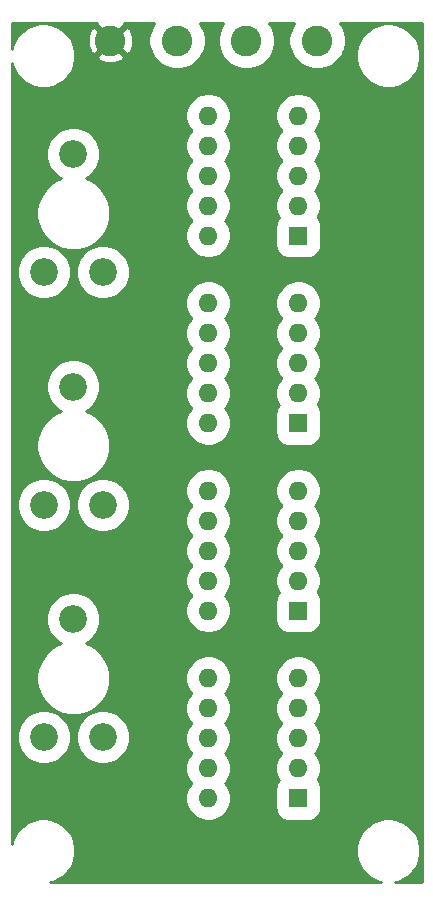
<source format=gtl>
%TF.GenerationSoftware,KiCad,Pcbnew,5.1.9+dfsg1-1~bpo10+1*%
%TF.CreationDate,2021-11-14T11:55:08+01:00*%
%TF.ProjectId,compensation,636f6d70-656e-4736-9174-696f6e2e6b69,1.0*%
%TF.SameCoordinates,Original*%
%TF.FileFunction,Copper,L1,Top*%
%TF.FilePolarity,Positive*%
%FSLAX46Y46*%
G04 Gerber Fmt 4.6, Leading zero omitted, Abs format (unit mm)*
G04 Created by KiCad (PCBNEW 5.1.9+dfsg1-1~bpo10+1) date 2021-11-14 11:55:08*
%MOMM*%
%LPD*%
G01*
G04 APERTURE LIST*
%TA.AperFunction,ComponentPad*%
%ADD10C,2.600000*%
%TD*%
%TA.AperFunction,ComponentPad*%
%ADD11C,2.340000*%
%TD*%
%TA.AperFunction,ComponentPad*%
%ADD12O,1.600000X1.600000*%
%TD*%
%TA.AperFunction,ComponentPad*%
%ADD13R,1.600000X1.600000*%
%TD*%
%TA.AperFunction,ViaPad*%
%ADD14C,2.000000*%
%TD*%
%TA.AperFunction,Conductor*%
%ADD15C,0.250000*%
%TD*%
%TA.AperFunction,Conductor*%
%ADD16C,0.100000*%
%TD*%
G04 APERTURE END LIST*
D10*
X93500000Y-80110000D03*
X87500000Y-80110000D03*
X81645000Y-80110000D03*
X76000000Y-80110000D03*
D11*
X75350000Y-99715000D03*
X72850000Y-89715000D03*
X70350000Y-99715000D03*
X75350000Y-139085000D03*
X72850000Y-129085000D03*
X70350000Y-139085000D03*
X75350000Y-119400000D03*
X72850000Y-109400000D03*
X70350000Y-119400000D03*
D12*
X84280000Y-144245000D03*
X91900000Y-134085000D03*
X84280000Y-141705000D03*
X91900000Y-136625000D03*
X84280000Y-139165000D03*
X91900000Y-139165000D03*
X84280000Y-136625000D03*
X91900000Y-141705000D03*
X84280000Y-134085000D03*
D13*
X91900000Y-144245000D03*
D12*
X84280000Y-128370000D03*
X91900000Y-118210000D03*
X84280000Y-125830000D03*
X91900000Y-120750000D03*
X84280000Y-123290000D03*
X91900000Y-123290000D03*
X84280000Y-120750000D03*
X91900000Y-125830000D03*
X84280000Y-118210000D03*
D13*
X91900000Y-128370000D03*
D12*
X84280000Y-112495000D03*
X91900000Y-102335000D03*
X84280000Y-109955000D03*
X91900000Y-104875000D03*
X84280000Y-107415000D03*
X91900000Y-107415000D03*
X84280000Y-104875000D03*
X91900000Y-109955000D03*
X84280000Y-102335000D03*
D13*
X91900000Y-112495000D03*
D12*
X84280000Y-96620000D03*
X91900000Y-86460000D03*
X84280000Y-94080000D03*
X91900000Y-89000000D03*
X84280000Y-91540000D03*
X91900000Y-91540000D03*
X84280000Y-89000000D03*
X91900000Y-94080000D03*
X84280000Y-86460000D03*
D13*
X91900000Y-96620000D03*
D14*
X81740000Y-131291000D03*
X81665000Y-115289000D03*
X81665000Y-99541000D03*
X95710000Y-84555000D03*
X96000000Y-146000000D03*
X98885000Y-131291000D03*
X98810000Y-115289000D03*
X98810000Y-99541000D03*
X69675000Y-143229000D03*
X69675000Y-124941000D03*
X69675000Y-104875000D03*
X69675000Y-85825000D03*
X81740000Y-147039000D03*
X88090000Y-84936000D03*
D15*
X74834218Y-78767441D02*
X76000000Y-79933223D01*
X77165782Y-78767441D01*
X77112659Y-78650000D01*
X79704017Y-78650000D01*
X79495992Y-78961332D01*
X79313191Y-79402653D01*
X79220000Y-79871158D01*
X79220000Y-80348842D01*
X79313191Y-80817347D01*
X79495992Y-81258668D01*
X79761379Y-81655848D01*
X80099152Y-81993621D01*
X80496332Y-82259008D01*
X80937653Y-82441809D01*
X81406158Y-82535000D01*
X81883842Y-82535000D01*
X82352347Y-82441809D01*
X82793668Y-82259008D01*
X83190848Y-81993621D01*
X83528621Y-81655848D01*
X83794008Y-81258668D01*
X83976809Y-80817347D01*
X84070000Y-80348842D01*
X84070000Y-79871158D01*
X83976809Y-79402653D01*
X83794008Y-78961332D01*
X83585983Y-78650000D01*
X85559017Y-78650000D01*
X85350992Y-78961332D01*
X85168191Y-79402653D01*
X85075000Y-79871158D01*
X85075000Y-80348842D01*
X85168191Y-80817347D01*
X85350992Y-81258668D01*
X85616379Y-81655848D01*
X85954152Y-81993621D01*
X86351332Y-82259008D01*
X86792653Y-82441809D01*
X87261158Y-82535000D01*
X87738842Y-82535000D01*
X88207347Y-82441809D01*
X88648668Y-82259008D01*
X89045848Y-81993621D01*
X89383621Y-81655848D01*
X89649008Y-81258668D01*
X89831809Y-80817347D01*
X89925000Y-80348842D01*
X89925000Y-79871158D01*
X89831809Y-79402653D01*
X89649008Y-78961332D01*
X89440983Y-78650000D01*
X91559017Y-78650000D01*
X91350992Y-78961332D01*
X91168191Y-79402653D01*
X91075000Y-79871158D01*
X91075000Y-80348842D01*
X91168191Y-80817347D01*
X91350992Y-81258668D01*
X91616379Y-81655848D01*
X91954152Y-81993621D01*
X92351332Y-82259008D01*
X92792653Y-82441809D01*
X93261158Y-82535000D01*
X93738842Y-82535000D01*
X94207347Y-82441809D01*
X94648668Y-82259008D01*
X95045848Y-81993621D01*
X95383621Y-81655848D01*
X95649008Y-81258668D01*
X95709920Y-81111611D01*
X96795000Y-81111611D01*
X96795000Y-81648389D01*
X96899720Y-82174853D01*
X97105136Y-82670771D01*
X97403354Y-83117086D01*
X97782914Y-83496646D01*
X98229229Y-83794864D01*
X98725147Y-84000280D01*
X99251611Y-84105000D01*
X99788389Y-84105000D01*
X100314853Y-84000280D01*
X100810771Y-83794864D01*
X101257086Y-83496646D01*
X101636646Y-83117086D01*
X101934864Y-82670771D01*
X102140280Y-82174853D01*
X102245000Y-81648389D01*
X102245000Y-81111611D01*
X102140280Y-80585147D01*
X101934864Y-80089229D01*
X101636646Y-79642914D01*
X101257086Y-79263354D01*
X100810771Y-78965136D01*
X100314853Y-78759720D01*
X99788389Y-78655000D01*
X99251611Y-78655000D01*
X98725147Y-78759720D01*
X98229229Y-78965136D01*
X97782914Y-79263354D01*
X97403354Y-79642914D01*
X97105136Y-80089229D01*
X96899720Y-80585147D01*
X96795000Y-81111611D01*
X95709920Y-81111611D01*
X95831809Y-80817347D01*
X95925000Y-80348842D01*
X95925000Y-79871158D01*
X95831809Y-79402653D01*
X95649008Y-78961332D01*
X95440983Y-78650000D01*
X102350001Y-78650000D01*
X102350000Y-151350000D01*
X100115167Y-151350000D01*
X100314853Y-151310280D01*
X100810771Y-151104864D01*
X101257086Y-150806646D01*
X101636646Y-150427086D01*
X101934864Y-149980771D01*
X102140280Y-149484853D01*
X102245000Y-148958389D01*
X102245000Y-148421611D01*
X102140280Y-147895147D01*
X101934864Y-147399229D01*
X101636646Y-146952914D01*
X101257086Y-146573354D01*
X100810771Y-146275136D01*
X100314853Y-146069720D01*
X99788389Y-145965000D01*
X99251611Y-145965000D01*
X98725147Y-146069720D01*
X98229229Y-146275136D01*
X97782914Y-146573354D01*
X97403354Y-146952914D01*
X97105136Y-147399229D01*
X96899720Y-147895147D01*
X96795000Y-148421611D01*
X96795000Y-148958389D01*
X96899720Y-149484853D01*
X97105136Y-149980771D01*
X97403354Y-150427086D01*
X97782914Y-150806646D01*
X98229229Y-151104864D01*
X98725147Y-151310280D01*
X98924833Y-151350000D01*
X70905167Y-151350000D01*
X71104853Y-151310280D01*
X71600771Y-151104864D01*
X72047086Y-150806646D01*
X72426646Y-150427086D01*
X72724864Y-149980771D01*
X72930280Y-149484853D01*
X73035000Y-148958389D01*
X73035000Y-148421611D01*
X72930280Y-147895147D01*
X72724864Y-147399229D01*
X72426646Y-146952914D01*
X72047086Y-146573354D01*
X71600771Y-146275136D01*
X71104853Y-146069720D01*
X70578389Y-145965000D01*
X70041611Y-145965000D01*
X69515147Y-146069720D01*
X69019229Y-146275136D01*
X68572914Y-146573354D01*
X68193354Y-146952914D01*
X67895136Y-147399229D01*
X67689720Y-147895147D01*
X67650000Y-148094833D01*
X67650000Y-138858962D01*
X68055000Y-138858962D01*
X68055000Y-139311038D01*
X68143195Y-139754427D01*
X68316197Y-140172090D01*
X68567357Y-140547978D01*
X68887022Y-140867643D01*
X69262910Y-141118803D01*
X69680573Y-141291805D01*
X70123962Y-141380000D01*
X70576038Y-141380000D01*
X71019427Y-141291805D01*
X71437090Y-141118803D01*
X71812978Y-140867643D01*
X72132643Y-140547978D01*
X72383803Y-140172090D01*
X72556805Y-139754427D01*
X72645000Y-139311038D01*
X72645000Y-138858962D01*
X73055000Y-138858962D01*
X73055000Y-139311038D01*
X73143195Y-139754427D01*
X73316197Y-140172090D01*
X73567357Y-140547978D01*
X73887022Y-140867643D01*
X74262910Y-141118803D01*
X74680573Y-141291805D01*
X75123962Y-141380000D01*
X75576038Y-141380000D01*
X76019427Y-141291805D01*
X76437090Y-141118803D01*
X76812978Y-140867643D01*
X77132643Y-140547978D01*
X77383803Y-140172090D01*
X77556805Y-139754427D01*
X77645000Y-139311038D01*
X77645000Y-138858962D01*
X77556805Y-138415573D01*
X77383803Y-137997910D01*
X77132643Y-137622022D01*
X76812978Y-137302357D01*
X76437090Y-137051197D01*
X76019427Y-136878195D01*
X75576038Y-136790000D01*
X75123962Y-136790000D01*
X74680573Y-136878195D01*
X74262910Y-137051197D01*
X73887022Y-137302357D01*
X73567357Y-137622022D01*
X73316197Y-137997910D01*
X73143195Y-138415573D01*
X73055000Y-138858962D01*
X72645000Y-138858962D01*
X72556805Y-138415573D01*
X72383803Y-137997910D01*
X72132643Y-137622022D01*
X71812978Y-137302357D01*
X71437090Y-137051197D01*
X71019427Y-136878195D01*
X70576038Y-136790000D01*
X70123962Y-136790000D01*
X69680573Y-136878195D01*
X69262910Y-137051197D01*
X68887022Y-137302357D01*
X68567357Y-137622022D01*
X68316197Y-137997910D01*
X68143195Y-138415573D01*
X68055000Y-138858962D01*
X67650000Y-138858962D01*
X67650000Y-133777214D01*
X69725000Y-133777214D01*
X69725000Y-134392786D01*
X69845092Y-134996529D01*
X70080661Y-135565243D01*
X70422654Y-136077072D01*
X70857928Y-136512346D01*
X71369757Y-136854339D01*
X71938471Y-137089908D01*
X72542214Y-137210000D01*
X73157786Y-137210000D01*
X73761529Y-137089908D01*
X74330243Y-136854339D01*
X74842072Y-136512346D01*
X75277346Y-136077072D01*
X75619339Y-135565243D01*
X75854908Y-134996529D01*
X75975000Y-134392786D01*
X75975000Y-133895404D01*
X82355000Y-133895404D01*
X82355000Y-134274596D01*
X82428977Y-134646502D01*
X82574087Y-134996829D01*
X82784755Y-135312116D01*
X82827639Y-135355000D01*
X82784755Y-135397884D01*
X82574087Y-135713171D01*
X82428977Y-136063498D01*
X82355000Y-136435404D01*
X82355000Y-136814596D01*
X82428977Y-137186502D01*
X82574087Y-137536829D01*
X82784755Y-137852116D01*
X82827639Y-137895000D01*
X82784755Y-137937884D01*
X82574087Y-138253171D01*
X82428977Y-138603498D01*
X82355000Y-138975404D01*
X82355000Y-139354596D01*
X82428977Y-139726502D01*
X82574087Y-140076829D01*
X82784755Y-140392116D01*
X82827639Y-140435000D01*
X82784755Y-140477884D01*
X82574087Y-140793171D01*
X82428977Y-141143498D01*
X82355000Y-141515404D01*
X82355000Y-141894596D01*
X82428977Y-142266502D01*
X82574087Y-142616829D01*
X82784755Y-142932116D01*
X82827639Y-142975000D01*
X82784755Y-143017884D01*
X82574087Y-143333171D01*
X82428977Y-143683498D01*
X82355000Y-144055404D01*
X82355000Y-144434596D01*
X82428977Y-144806502D01*
X82574087Y-145156829D01*
X82784755Y-145472116D01*
X83052884Y-145740245D01*
X83368171Y-145950913D01*
X83718498Y-146096023D01*
X84090404Y-146170000D01*
X84469596Y-146170000D01*
X84841502Y-146096023D01*
X85191829Y-145950913D01*
X85507116Y-145740245D01*
X85775245Y-145472116D01*
X85985913Y-145156829D01*
X86131023Y-144806502D01*
X86205000Y-144434596D01*
X86205000Y-144055404D01*
X86131023Y-143683498D01*
X86032235Y-143445000D01*
X89969557Y-143445000D01*
X89969557Y-145045000D01*
X89991278Y-145265538D01*
X90055607Y-145477602D01*
X90160071Y-145673040D01*
X90300656Y-145844344D01*
X90471960Y-145984929D01*
X90667398Y-146089393D01*
X90879462Y-146153722D01*
X91100000Y-146175443D01*
X92700000Y-146175443D01*
X92920538Y-146153722D01*
X93132602Y-146089393D01*
X93328040Y-145984929D01*
X93499344Y-145844344D01*
X93639929Y-145673040D01*
X93744393Y-145477602D01*
X93808722Y-145265538D01*
X93830443Y-145045000D01*
X93830443Y-143445000D01*
X93808722Y-143224462D01*
X93744393Y-143012398D01*
X93639929Y-142816960D01*
X93547469Y-142704297D01*
X93605913Y-142616829D01*
X93751023Y-142266502D01*
X93825000Y-141894596D01*
X93825000Y-141515404D01*
X93751023Y-141143498D01*
X93605913Y-140793171D01*
X93395245Y-140477884D01*
X93352361Y-140435000D01*
X93395245Y-140392116D01*
X93605913Y-140076829D01*
X93751023Y-139726502D01*
X93825000Y-139354596D01*
X93825000Y-138975404D01*
X93751023Y-138603498D01*
X93605913Y-138253171D01*
X93395245Y-137937884D01*
X93352361Y-137895000D01*
X93395245Y-137852116D01*
X93605913Y-137536829D01*
X93751023Y-137186502D01*
X93825000Y-136814596D01*
X93825000Y-136435404D01*
X93751023Y-136063498D01*
X93605913Y-135713171D01*
X93395245Y-135397884D01*
X93352361Y-135355000D01*
X93395245Y-135312116D01*
X93605913Y-134996829D01*
X93751023Y-134646502D01*
X93825000Y-134274596D01*
X93825000Y-133895404D01*
X93751023Y-133523498D01*
X93605913Y-133173171D01*
X93395245Y-132857884D01*
X93127116Y-132589755D01*
X92811829Y-132379087D01*
X92461502Y-132233977D01*
X92089596Y-132160000D01*
X91710404Y-132160000D01*
X91338498Y-132233977D01*
X90988171Y-132379087D01*
X90672884Y-132589755D01*
X90404755Y-132857884D01*
X90194087Y-133173171D01*
X90048977Y-133523498D01*
X89975000Y-133895404D01*
X89975000Y-134274596D01*
X90048977Y-134646502D01*
X90194087Y-134996829D01*
X90404755Y-135312116D01*
X90447639Y-135355000D01*
X90404755Y-135397884D01*
X90194087Y-135713171D01*
X90048977Y-136063498D01*
X89975000Y-136435404D01*
X89975000Y-136814596D01*
X90048977Y-137186502D01*
X90194087Y-137536829D01*
X90404755Y-137852116D01*
X90447639Y-137895000D01*
X90404755Y-137937884D01*
X90194087Y-138253171D01*
X90048977Y-138603498D01*
X89975000Y-138975404D01*
X89975000Y-139354596D01*
X90048977Y-139726502D01*
X90194087Y-140076829D01*
X90404755Y-140392116D01*
X90447639Y-140435000D01*
X90404755Y-140477884D01*
X90194087Y-140793171D01*
X90048977Y-141143498D01*
X89975000Y-141515404D01*
X89975000Y-141894596D01*
X90048977Y-142266502D01*
X90194087Y-142616829D01*
X90252531Y-142704297D01*
X90160071Y-142816960D01*
X90055607Y-143012398D01*
X89991278Y-143224462D01*
X89969557Y-143445000D01*
X86032235Y-143445000D01*
X85985913Y-143333171D01*
X85775245Y-143017884D01*
X85732361Y-142975000D01*
X85775245Y-142932116D01*
X85985913Y-142616829D01*
X86131023Y-142266502D01*
X86205000Y-141894596D01*
X86205000Y-141515404D01*
X86131023Y-141143498D01*
X85985913Y-140793171D01*
X85775245Y-140477884D01*
X85732361Y-140435000D01*
X85775245Y-140392116D01*
X85985913Y-140076829D01*
X86131023Y-139726502D01*
X86205000Y-139354596D01*
X86205000Y-138975404D01*
X86131023Y-138603498D01*
X85985913Y-138253171D01*
X85775245Y-137937884D01*
X85732361Y-137895000D01*
X85775245Y-137852116D01*
X85985913Y-137536829D01*
X86131023Y-137186502D01*
X86205000Y-136814596D01*
X86205000Y-136435404D01*
X86131023Y-136063498D01*
X85985913Y-135713171D01*
X85775245Y-135397884D01*
X85732361Y-135355000D01*
X85775245Y-135312116D01*
X85985913Y-134996829D01*
X86131023Y-134646502D01*
X86205000Y-134274596D01*
X86205000Y-133895404D01*
X86131023Y-133523498D01*
X85985913Y-133173171D01*
X85775245Y-132857884D01*
X85507116Y-132589755D01*
X85191829Y-132379087D01*
X84841502Y-132233977D01*
X84469596Y-132160000D01*
X84090404Y-132160000D01*
X83718498Y-132233977D01*
X83368171Y-132379087D01*
X83052884Y-132589755D01*
X82784755Y-132857884D01*
X82574087Y-133173171D01*
X82428977Y-133523498D01*
X82355000Y-133895404D01*
X75975000Y-133895404D01*
X75975000Y-133777214D01*
X75854908Y-133173471D01*
X75619339Y-132604757D01*
X75277346Y-132092928D01*
X74842072Y-131657654D01*
X74330243Y-131315661D01*
X73896038Y-131135807D01*
X73937090Y-131118803D01*
X74312978Y-130867643D01*
X74632643Y-130547978D01*
X74883803Y-130172090D01*
X75056805Y-129754427D01*
X75145000Y-129311038D01*
X75145000Y-128858962D01*
X75056805Y-128415573D01*
X74883803Y-127997910D01*
X74632643Y-127622022D01*
X74312978Y-127302357D01*
X73937090Y-127051197D01*
X73519427Y-126878195D01*
X73076038Y-126790000D01*
X72623962Y-126790000D01*
X72180573Y-126878195D01*
X71762910Y-127051197D01*
X71387022Y-127302357D01*
X71067357Y-127622022D01*
X70816197Y-127997910D01*
X70643195Y-128415573D01*
X70555000Y-128858962D01*
X70555000Y-129311038D01*
X70643195Y-129754427D01*
X70816197Y-130172090D01*
X71067357Y-130547978D01*
X71387022Y-130867643D01*
X71762910Y-131118803D01*
X71803962Y-131135807D01*
X71369757Y-131315661D01*
X70857928Y-131657654D01*
X70422654Y-132092928D01*
X70080661Y-132604757D01*
X69845092Y-133173471D01*
X69725000Y-133777214D01*
X67650000Y-133777214D01*
X67650000Y-119173962D01*
X68055000Y-119173962D01*
X68055000Y-119626038D01*
X68143195Y-120069427D01*
X68316197Y-120487090D01*
X68567357Y-120862978D01*
X68887022Y-121182643D01*
X69262910Y-121433803D01*
X69680573Y-121606805D01*
X70123962Y-121695000D01*
X70576038Y-121695000D01*
X71019427Y-121606805D01*
X71437090Y-121433803D01*
X71812978Y-121182643D01*
X72132643Y-120862978D01*
X72383803Y-120487090D01*
X72556805Y-120069427D01*
X72645000Y-119626038D01*
X72645000Y-119173962D01*
X73055000Y-119173962D01*
X73055000Y-119626038D01*
X73143195Y-120069427D01*
X73316197Y-120487090D01*
X73567357Y-120862978D01*
X73887022Y-121182643D01*
X74262910Y-121433803D01*
X74680573Y-121606805D01*
X75123962Y-121695000D01*
X75576038Y-121695000D01*
X76019427Y-121606805D01*
X76437090Y-121433803D01*
X76812978Y-121182643D01*
X77132643Y-120862978D01*
X77383803Y-120487090D01*
X77556805Y-120069427D01*
X77645000Y-119626038D01*
X77645000Y-119173962D01*
X77556805Y-118730573D01*
X77383803Y-118312910D01*
X77188357Y-118020404D01*
X82355000Y-118020404D01*
X82355000Y-118399596D01*
X82428977Y-118771502D01*
X82574087Y-119121829D01*
X82784755Y-119437116D01*
X82827639Y-119480000D01*
X82784755Y-119522884D01*
X82574087Y-119838171D01*
X82428977Y-120188498D01*
X82355000Y-120560404D01*
X82355000Y-120939596D01*
X82428977Y-121311502D01*
X82574087Y-121661829D01*
X82784755Y-121977116D01*
X82827639Y-122020000D01*
X82784755Y-122062884D01*
X82574087Y-122378171D01*
X82428977Y-122728498D01*
X82355000Y-123100404D01*
X82355000Y-123479596D01*
X82428977Y-123851502D01*
X82574087Y-124201829D01*
X82784755Y-124517116D01*
X82827639Y-124560000D01*
X82784755Y-124602884D01*
X82574087Y-124918171D01*
X82428977Y-125268498D01*
X82355000Y-125640404D01*
X82355000Y-126019596D01*
X82428977Y-126391502D01*
X82574087Y-126741829D01*
X82784755Y-127057116D01*
X82827639Y-127100000D01*
X82784755Y-127142884D01*
X82574087Y-127458171D01*
X82428977Y-127808498D01*
X82355000Y-128180404D01*
X82355000Y-128559596D01*
X82428977Y-128931502D01*
X82574087Y-129281829D01*
X82784755Y-129597116D01*
X83052884Y-129865245D01*
X83368171Y-130075913D01*
X83718498Y-130221023D01*
X84090404Y-130295000D01*
X84469596Y-130295000D01*
X84841502Y-130221023D01*
X85191829Y-130075913D01*
X85507116Y-129865245D01*
X85775245Y-129597116D01*
X85985913Y-129281829D01*
X86131023Y-128931502D01*
X86205000Y-128559596D01*
X86205000Y-128180404D01*
X86131023Y-127808498D01*
X86032235Y-127570000D01*
X89969557Y-127570000D01*
X89969557Y-129170000D01*
X89991278Y-129390538D01*
X90055607Y-129602602D01*
X90160071Y-129798040D01*
X90300656Y-129969344D01*
X90471960Y-130109929D01*
X90667398Y-130214393D01*
X90879462Y-130278722D01*
X91100000Y-130300443D01*
X92700000Y-130300443D01*
X92920538Y-130278722D01*
X93132602Y-130214393D01*
X93328040Y-130109929D01*
X93499344Y-129969344D01*
X93639929Y-129798040D01*
X93744393Y-129602602D01*
X93808722Y-129390538D01*
X93830443Y-129170000D01*
X93830443Y-127570000D01*
X93808722Y-127349462D01*
X93744393Y-127137398D01*
X93639929Y-126941960D01*
X93547469Y-126829297D01*
X93605913Y-126741829D01*
X93751023Y-126391502D01*
X93825000Y-126019596D01*
X93825000Y-125640404D01*
X93751023Y-125268498D01*
X93605913Y-124918171D01*
X93395245Y-124602884D01*
X93352361Y-124560000D01*
X93395245Y-124517116D01*
X93605913Y-124201829D01*
X93751023Y-123851502D01*
X93825000Y-123479596D01*
X93825000Y-123100404D01*
X93751023Y-122728498D01*
X93605913Y-122378171D01*
X93395245Y-122062884D01*
X93352361Y-122020000D01*
X93395245Y-121977116D01*
X93605913Y-121661829D01*
X93751023Y-121311502D01*
X93825000Y-120939596D01*
X93825000Y-120560404D01*
X93751023Y-120188498D01*
X93605913Y-119838171D01*
X93395245Y-119522884D01*
X93352361Y-119480000D01*
X93395245Y-119437116D01*
X93605913Y-119121829D01*
X93751023Y-118771502D01*
X93825000Y-118399596D01*
X93825000Y-118020404D01*
X93751023Y-117648498D01*
X93605913Y-117298171D01*
X93395245Y-116982884D01*
X93127116Y-116714755D01*
X92811829Y-116504087D01*
X92461502Y-116358977D01*
X92089596Y-116285000D01*
X91710404Y-116285000D01*
X91338498Y-116358977D01*
X90988171Y-116504087D01*
X90672884Y-116714755D01*
X90404755Y-116982884D01*
X90194087Y-117298171D01*
X90048977Y-117648498D01*
X89975000Y-118020404D01*
X89975000Y-118399596D01*
X90048977Y-118771502D01*
X90194087Y-119121829D01*
X90404755Y-119437116D01*
X90447639Y-119480000D01*
X90404755Y-119522884D01*
X90194087Y-119838171D01*
X90048977Y-120188498D01*
X89975000Y-120560404D01*
X89975000Y-120939596D01*
X90048977Y-121311502D01*
X90194087Y-121661829D01*
X90404755Y-121977116D01*
X90447639Y-122020000D01*
X90404755Y-122062884D01*
X90194087Y-122378171D01*
X90048977Y-122728498D01*
X89975000Y-123100404D01*
X89975000Y-123479596D01*
X90048977Y-123851502D01*
X90194087Y-124201829D01*
X90404755Y-124517116D01*
X90447639Y-124560000D01*
X90404755Y-124602884D01*
X90194087Y-124918171D01*
X90048977Y-125268498D01*
X89975000Y-125640404D01*
X89975000Y-126019596D01*
X90048977Y-126391502D01*
X90194087Y-126741829D01*
X90252531Y-126829297D01*
X90160071Y-126941960D01*
X90055607Y-127137398D01*
X89991278Y-127349462D01*
X89969557Y-127570000D01*
X86032235Y-127570000D01*
X85985913Y-127458171D01*
X85775245Y-127142884D01*
X85732361Y-127100000D01*
X85775245Y-127057116D01*
X85985913Y-126741829D01*
X86131023Y-126391502D01*
X86205000Y-126019596D01*
X86205000Y-125640404D01*
X86131023Y-125268498D01*
X85985913Y-124918171D01*
X85775245Y-124602884D01*
X85732361Y-124560000D01*
X85775245Y-124517116D01*
X85985913Y-124201829D01*
X86131023Y-123851502D01*
X86205000Y-123479596D01*
X86205000Y-123100404D01*
X86131023Y-122728498D01*
X85985913Y-122378171D01*
X85775245Y-122062884D01*
X85732361Y-122020000D01*
X85775245Y-121977116D01*
X85985913Y-121661829D01*
X86131023Y-121311502D01*
X86205000Y-120939596D01*
X86205000Y-120560404D01*
X86131023Y-120188498D01*
X85985913Y-119838171D01*
X85775245Y-119522884D01*
X85732361Y-119480000D01*
X85775245Y-119437116D01*
X85985913Y-119121829D01*
X86131023Y-118771502D01*
X86205000Y-118399596D01*
X86205000Y-118020404D01*
X86131023Y-117648498D01*
X85985913Y-117298171D01*
X85775245Y-116982884D01*
X85507116Y-116714755D01*
X85191829Y-116504087D01*
X84841502Y-116358977D01*
X84469596Y-116285000D01*
X84090404Y-116285000D01*
X83718498Y-116358977D01*
X83368171Y-116504087D01*
X83052884Y-116714755D01*
X82784755Y-116982884D01*
X82574087Y-117298171D01*
X82428977Y-117648498D01*
X82355000Y-118020404D01*
X77188357Y-118020404D01*
X77132643Y-117937022D01*
X76812978Y-117617357D01*
X76437090Y-117366197D01*
X76019427Y-117193195D01*
X75576038Y-117105000D01*
X75123962Y-117105000D01*
X74680573Y-117193195D01*
X74262910Y-117366197D01*
X73887022Y-117617357D01*
X73567357Y-117937022D01*
X73316197Y-118312910D01*
X73143195Y-118730573D01*
X73055000Y-119173962D01*
X72645000Y-119173962D01*
X72556805Y-118730573D01*
X72383803Y-118312910D01*
X72132643Y-117937022D01*
X71812978Y-117617357D01*
X71437090Y-117366197D01*
X71019427Y-117193195D01*
X70576038Y-117105000D01*
X70123962Y-117105000D01*
X69680573Y-117193195D01*
X69262910Y-117366197D01*
X68887022Y-117617357D01*
X68567357Y-117937022D01*
X68316197Y-118312910D01*
X68143195Y-118730573D01*
X68055000Y-119173962D01*
X67650000Y-119173962D01*
X67650000Y-114092214D01*
X69725000Y-114092214D01*
X69725000Y-114707786D01*
X69845092Y-115311529D01*
X70080661Y-115880243D01*
X70422654Y-116392072D01*
X70857928Y-116827346D01*
X71369757Y-117169339D01*
X71938471Y-117404908D01*
X72542214Y-117525000D01*
X73157786Y-117525000D01*
X73761529Y-117404908D01*
X74330243Y-117169339D01*
X74842072Y-116827346D01*
X75277346Y-116392072D01*
X75619339Y-115880243D01*
X75854908Y-115311529D01*
X75975000Y-114707786D01*
X75975000Y-114092214D01*
X75854908Y-113488471D01*
X75619339Y-112919757D01*
X75277346Y-112407928D01*
X74842072Y-111972654D01*
X74330243Y-111630661D01*
X73896038Y-111450807D01*
X73937090Y-111433803D01*
X74312978Y-111182643D01*
X74632643Y-110862978D01*
X74883803Y-110487090D01*
X75056805Y-110069427D01*
X75145000Y-109626038D01*
X75145000Y-109173962D01*
X75056805Y-108730573D01*
X74883803Y-108312910D01*
X74632643Y-107937022D01*
X74312978Y-107617357D01*
X73937090Y-107366197D01*
X73519427Y-107193195D01*
X73076038Y-107105000D01*
X72623962Y-107105000D01*
X72180573Y-107193195D01*
X71762910Y-107366197D01*
X71387022Y-107617357D01*
X71067357Y-107937022D01*
X70816197Y-108312910D01*
X70643195Y-108730573D01*
X70555000Y-109173962D01*
X70555000Y-109626038D01*
X70643195Y-110069427D01*
X70816197Y-110487090D01*
X71067357Y-110862978D01*
X71387022Y-111182643D01*
X71762910Y-111433803D01*
X71803962Y-111450807D01*
X71369757Y-111630661D01*
X70857928Y-111972654D01*
X70422654Y-112407928D01*
X70080661Y-112919757D01*
X69845092Y-113488471D01*
X69725000Y-114092214D01*
X67650000Y-114092214D01*
X67650000Y-102145404D01*
X82355000Y-102145404D01*
X82355000Y-102524596D01*
X82428977Y-102896502D01*
X82574087Y-103246829D01*
X82784755Y-103562116D01*
X82827639Y-103605000D01*
X82784755Y-103647884D01*
X82574087Y-103963171D01*
X82428977Y-104313498D01*
X82355000Y-104685404D01*
X82355000Y-105064596D01*
X82428977Y-105436502D01*
X82574087Y-105786829D01*
X82784755Y-106102116D01*
X82827639Y-106145000D01*
X82784755Y-106187884D01*
X82574087Y-106503171D01*
X82428977Y-106853498D01*
X82355000Y-107225404D01*
X82355000Y-107604596D01*
X82428977Y-107976502D01*
X82574087Y-108326829D01*
X82784755Y-108642116D01*
X82827639Y-108685000D01*
X82784755Y-108727884D01*
X82574087Y-109043171D01*
X82428977Y-109393498D01*
X82355000Y-109765404D01*
X82355000Y-110144596D01*
X82428977Y-110516502D01*
X82574087Y-110866829D01*
X82784755Y-111182116D01*
X82827639Y-111225000D01*
X82784755Y-111267884D01*
X82574087Y-111583171D01*
X82428977Y-111933498D01*
X82355000Y-112305404D01*
X82355000Y-112684596D01*
X82428977Y-113056502D01*
X82574087Y-113406829D01*
X82784755Y-113722116D01*
X83052884Y-113990245D01*
X83368171Y-114200913D01*
X83718498Y-114346023D01*
X84090404Y-114420000D01*
X84469596Y-114420000D01*
X84841502Y-114346023D01*
X85191829Y-114200913D01*
X85507116Y-113990245D01*
X85775245Y-113722116D01*
X85985913Y-113406829D01*
X86131023Y-113056502D01*
X86205000Y-112684596D01*
X86205000Y-112305404D01*
X86131023Y-111933498D01*
X86032235Y-111695000D01*
X89969557Y-111695000D01*
X89969557Y-113295000D01*
X89991278Y-113515538D01*
X90055607Y-113727602D01*
X90160071Y-113923040D01*
X90300656Y-114094344D01*
X90471960Y-114234929D01*
X90667398Y-114339393D01*
X90879462Y-114403722D01*
X91100000Y-114425443D01*
X92700000Y-114425443D01*
X92920538Y-114403722D01*
X93132602Y-114339393D01*
X93328040Y-114234929D01*
X93499344Y-114094344D01*
X93639929Y-113923040D01*
X93744393Y-113727602D01*
X93808722Y-113515538D01*
X93830443Y-113295000D01*
X93830443Y-111695000D01*
X93808722Y-111474462D01*
X93744393Y-111262398D01*
X93639929Y-111066960D01*
X93547469Y-110954297D01*
X93605913Y-110866829D01*
X93751023Y-110516502D01*
X93825000Y-110144596D01*
X93825000Y-109765404D01*
X93751023Y-109393498D01*
X93605913Y-109043171D01*
X93395245Y-108727884D01*
X93352361Y-108685000D01*
X93395245Y-108642116D01*
X93605913Y-108326829D01*
X93751023Y-107976502D01*
X93825000Y-107604596D01*
X93825000Y-107225404D01*
X93751023Y-106853498D01*
X93605913Y-106503171D01*
X93395245Y-106187884D01*
X93352361Y-106145000D01*
X93395245Y-106102116D01*
X93605913Y-105786829D01*
X93751023Y-105436502D01*
X93825000Y-105064596D01*
X93825000Y-104685404D01*
X93751023Y-104313498D01*
X93605913Y-103963171D01*
X93395245Y-103647884D01*
X93352361Y-103605000D01*
X93395245Y-103562116D01*
X93605913Y-103246829D01*
X93751023Y-102896502D01*
X93825000Y-102524596D01*
X93825000Y-102145404D01*
X93751023Y-101773498D01*
X93605913Y-101423171D01*
X93395245Y-101107884D01*
X93127116Y-100839755D01*
X92811829Y-100629087D01*
X92461502Y-100483977D01*
X92089596Y-100410000D01*
X91710404Y-100410000D01*
X91338498Y-100483977D01*
X90988171Y-100629087D01*
X90672884Y-100839755D01*
X90404755Y-101107884D01*
X90194087Y-101423171D01*
X90048977Y-101773498D01*
X89975000Y-102145404D01*
X89975000Y-102524596D01*
X90048977Y-102896502D01*
X90194087Y-103246829D01*
X90404755Y-103562116D01*
X90447639Y-103605000D01*
X90404755Y-103647884D01*
X90194087Y-103963171D01*
X90048977Y-104313498D01*
X89975000Y-104685404D01*
X89975000Y-105064596D01*
X90048977Y-105436502D01*
X90194087Y-105786829D01*
X90404755Y-106102116D01*
X90447639Y-106145000D01*
X90404755Y-106187884D01*
X90194087Y-106503171D01*
X90048977Y-106853498D01*
X89975000Y-107225404D01*
X89975000Y-107604596D01*
X90048977Y-107976502D01*
X90194087Y-108326829D01*
X90404755Y-108642116D01*
X90447639Y-108685000D01*
X90404755Y-108727884D01*
X90194087Y-109043171D01*
X90048977Y-109393498D01*
X89975000Y-109765404D01*
X89975000Y-110144596D01*
X90048977Y-110516502D01*
X90194087Y-110866829D01*
X90252531Y-110954297D01*
X90160071Y-111066960D01*
X90055607Y-111262398D01*
X89991278Y-111474462D01*
X89969557Y-111695000D01*
X86032235Y-111695000D01*
X85985913Y-111583171D01*
X85775245Y-111267884D01*
X85732361Y-111225000D01*
X85775245Y-111182116D01*
X85985913Y-110866829D01*
X86131023Y-110516502D01*
X86205000Y-110144596D01*
X86205000Y-109765404D01*
X86131023Y-109393498D01*
X85985913Y-109043171D01*
X85775245Y-108727884D01*
X85732361Y-108685000D01*
X85775245Y-108642116D01*
X85985913Y-108326829D01*
X86131023Y-107976502D01*
X86205000Y-107604596D01*
X86205000Y-107225404D01*
X86131023Y-106853498D01*
X85985913Y-106503171D01*
X85775245Y-106187884D01*
X85732361Y-106145000D01*
X85775245Y-106102116D01*
X85985913Y-105786829D01*
X86131023Y-105436502D01*
X86205000Y-105064596D01*
X86205000Y-104685404D01*
X86131023Y-104313498D01*
X85985913Y-103963171D01*
X85775245Y-103647884D01*
X85732361Y-103605000D01*
X85775245Y-103562116D01*
X85985913Y-103246829D01*
X86131023Y-102896502D01*
X86205000Y-102524596D01*
X86205000Y-102145404D01*
X86131023Y-101773498D01*
X85985913Y-101423171D01*
X85775245Y-101107884D01*
X85507116Y-100839755D01*
X85191829Y-100629087D01*
X84841502Y-100483977D01*
X84469596Y-100410000D01*
X84090404Y-100410000D01*
X83718498Y-100483977D01*
X83368171Y-100629087D01*
X83052884Y-100839755D01*
X82784755Y-101107884D01*
X82574087Y-101423171D01*
X82428977Y-101773498D01*
X82355000Y-102145404D01*
X67650000Y-102145404D01*
X67650000Y-99488962D01*
X68055000Y-99488962D01*
X68055000Y-99941038D01*
X68143195Y-100384427D01*
X68316197Y-100802090D01*
X68567357Y-101177978D01*
X68887022Y-101497643D01*
X69262910Y-101748803D01*
X69680573Y-101921805D01*
X70123962Y-102010000D01*
X70576038Y-102010000D01*
X71019427Y-101921805D01*
X71437090Y-101748803D01*
X71812978Y-101497643D01*
X72132643Y-101177978D01*
X72383803Y-100802090D01*
X72556805Y-100384427D01*
X72645000Y-99941038D01*
X72645000Y-99488962D01*
X73055000Y-99488962D01*
X73055000Y-99941038D01*
X73143195Y-100384427D01*
X73316197Y-100802090D01*
X73567357Y-101177978D01*
X73887022Y-101497643D01*
X74262910Y-101748803D01*
X74680573Y-101921805D01*
X75123962Y-102010000D01*
X75576038Y-102010000D01*
X76019427Y-101921805D01*
X76437090Y-101748803D01*
X76812978Y-101497643D01*
X77132643Y-101177978D01*
X77383803Y-100802090D01*
X77556805Y-100384427D01*
X77645000Y-99941038D01*
X77645000Y-99488962D01*
X77556805Y-99045573D01*
X77383803Y-98627910D01*
X77132643Y-98252022D01*
X76812978Y-97932357D01*
X76437090Y-97681197D01*
X76019427Y-97508195D01*
X75576038Y-97420000D01*
X75123962Y-97420000D01*
X74680573Y-97508195D01*
X74262910Y-97681197D01*
X73887022Y-97932357D01*
X73567357Y-98252022D01*
X73316197Y-98627910D01*
X73143195Y-99045573D01*
X73055000Y-99488962D01*
X72645000Y-99488962D01*
X72556805Y-99045573D01*
X72383803Y-98627910D01*
X72132643Y-98252022D01*
X71812978Y-97932357D01*
X71437090Y-97681197D01*
X71019427Y-97508195D01*
X70576038Y-97420000D01*
X70123962Y-97420000D01*
X69680573Y-97508195D01*
X69262910Y-97681197D01*
X68887022Y-97932357D01*
X68567357Y-98252022D01*
X68316197Y-98627910D01*
X68143195Y-99045573D01*
X68055000Y-99488962D01*
X67650000Y-99488962D01*
X67650000Y-94407214D01*
X69725000Y-94407214D01*
X69725000Y-95022786D01*
X69845092Y-95626529D01*
X70080661Y-96195243D01*
X70422654Y-96707072D01*
X70857928Y-97142346D01*
X71369757Y-97484339D01*
X71938471Y-97719908D01*
X72542214Y-97840000D01*
X73157786Y-97840000D01*
X73761529Y-97719908D01*
X74330243Y-97484339D01*
X74842072Y-97142346D01*
X75277346Y-96707072D01*
X75619339Y-96195243D01*
X75854908Y-95626529D01*
X75975000Y-95022786D01*
X75975000Y-94407214D01*
X75854908Y-93803471D01*
X75619339Y-93234757D01*
X75277346Y-92722928D01*
X74842072Y-92287654D01*
X74330243Y-91945661D01*
X73896038Y-91765807D01*
X73937090Y-91748803D01*
X74312978Y-91497643D01*
X74632643Y-91177978D01*
X74883803Y-90802090D01*
X75056805Y-90384427D01*
X75145000Y-89941038D01*
X75145000Y-89488962D01*
X75056805Y-89045573D01*
X74883803Y-88627910D01*
X74632643Y-88252022D01*
X74312978Y-87932357D01*
X73937090Y-87681197D01*
X73519427Y-87508195D01*
X73076038Y-87420000D01*
X72623962Y-87420000D01*
X72180573Y-87508195D01*
X71762910Y-87681197D01*
X71387022Y-87932357D01*
X71067357Y-88252022D01*
X70816197Y-88627910D01*
X70643195Y-89045573D01*
X70555000Y-89488962D01*
X70555000Y-89941038D01*
X70643195Y-90384427D01*
X70816197Y-90802090D01*
X71067357Y-91177978D01*
X71387022Y-91497643D01*
X71762910Y-91748803D01*
X71803962Y-91765807D01*
X71369757Y-91945661D01*
X70857928Y-92287654D01*
X70422654Y-92722928D01*
X70080661Y-93234757D01*
X69845092Y-93803471D01*
X69725000Y-94407214D01*
X67650000Y-94407214D01*
X67650000Y-86270404D01*
X82355000Y-86270404D01*
X82355000Y-86649596D01*
X82428977Y-87021502D01*
X82574087Y-87371829D01*
X82784755Y-87687116D01*
X82827639Y-87730000D01*
X82784755Y-87772884D01*
X82574087Y-88088171D01*
X82428977Y-88438498D01*
X82355000Y-88810404D01*
X82355000Y-89189596D01*
X82428977Y-89561502D01*
X82574087Y-89911829D01*
X82784755Y-90227116D01*
X82827639Y-90270000D01*
X82784755Y-90312884D01*
X82574087Y-90628171D01*
X82428977Y-90978498D01*
X82355000Y-91350404D01*
X82355000Y-91729596D01*
X82428977Y-92101502D01*
X82574087Y-92451829D01*
X82784755Y-92767116D01*
X82827639Y-92810000D01*
X82784755Y-92852884D01*
X82574087Y-93168171D01*
X82428977Y-93518498D01*
X82355000Y-93890404D01*
X82355000Y-94269596D01*
X82428977Y-94641502D01*
X82574087Y-94991829D01*
X82784755Y-95307116D01*
X82827639Y-95350000D01*
X82784755Y-95392884D01*
X82574087Y-95708171D01*
X82428977Y-96058498D01*
X82355000Y-96430404D01*
X82355000Y-96809596D01*
X82428977Y-97181502D01*
X82574087Y-97531829D01*
X82784755Y-97847116D01*
X83052884Y-98115245D01*
X83368171Y-98325913D01*
X83718498Y-98471023D01*
X84090404Y-98545000D01*
X84469596Y-98545000D01*
X84841502Y-98471023D01*
X85191829Y-98325913D01*
X85507116Y-98115245D01*
X85775245Y-97847116D01*
X85985913Y-97531829D01*
X86131023Y-97181502D01*
X86205000Y-96809596D01*
X86205000Y-96430404D01*
X86131023Y-96058498D01*
X86032235Y-95820000D01*
X89969557Y-95820000D01*
X89969557Y-97420000D01*
X89991278Y-97640538D01*
X90055607Y-97852602D01*
X90160071Y-98048040D01*
X90300656Y-98219344D01*
X90471960Y-98359929D01*
X90667398Y-98464393D01*
X90879462Y-98528722D01*
X91100000Y-98550443D01*
X92700000Y-98550443D01*
X92920538Y-98528722D01*
X93132602Y-98464393D01*
X93328040Y-98359929D01*
X93499344Y-98219344D01*
X93639929Y-98048040D01*
X93744393Y-97852602D01*
X93808722Y-97640538D01*
X93830443Y-97420000D01*
X93830443Y-95820000D01*
X93808722Y-95599462D01*
X93744393Y-95387398D01*
X93639929Y-95191960D01*
X93547469Y-95079297D01*
X93605913Y-94991829D01*
X93751023Y-94641502D01*
X93825000Y-94269596D01*
X93825000Y-93890404D01*
X93751023Y-93518498D01*
X93605913Y-93168171D01*
X93395245Y-92852884D01*
X93352361Y-92810000D01*
X93395245Y-92767116D01*
X93605913Y-92451829D01*
X93751023Y-92101502D01*
X93825000Y-91729596D01*
X93825000Y-91350404D01*
X93751023Y-90978498D01*
X93605913Y-90628171D01*
X93395245Y-90312884D01*
X93352361Y-90270000D01*
X93395245Y-90227116D01*
X93605913Y-89911829D01*
X93751023Y-89561502D01*
X93825000Y-89189596D01*
X93825000Y-88810404D01*
X93751023Y-88438498D01*
X93605913Y-88088171D01*
X93395245Y-87772884D01*
X93352361Y-87730000D01*
X93395245Y-87687116D01*
X93605913Y-87371829D01*
X93751023Y-87021502D01*
X93825000Y-86649596D01*
X93825000Y-86270404D01*
X93751023Y-85898498D01*
X93605913Y-85548171D01*
X93395245Y-85232884D01*
X93127116Y-84964755D01*
X92811829Y-84754087D01*
X92461502Y-84608977D01*
X92089596Y-84535000D01*
X91710404Y-84535000D01*
X91338498Y-84608977D01*
X90988171Y-84754087D01*
X90672884Y-84964755D01*
X90404755Y-85232884D01*
X90194087Y-85548171D01*
X90048977Y-85898498D01*
X89975000Y-86270404D01*
X89975000Y-86649596D01*
X90048977Y-87021502D01*
X90194087Y-87371829D01*
X90404755Y-87687116D01*
X90447639Y-87730000D01*
X90404755Y-87772884D01*
X90194087Y-88088171D01*
X90048977Y-88438498D01*
X89975000Y-88810404D01*
X89975000Y-89189596D01*
X90048977Y-89561502D01*
X90194087Y-89911829D01*
X90404755Y-90227116D01*
X90447639Y-90270000D01*
X90404755Y-90312884D01*
X90194087Y-90628171D01*
X90048977Y-90978498D01*
X89975000Y-91350404D01*
X89975000Y-91729596D01*
X90048977Y-92101502D01*
X90194087Y-92451829D01*
X90404755Y-92767116D01*
X90447639Y-92810000D01*
X90404755Y-92852884D01*
X90194087Y-93168171D01*
X90048977Y-93518498D01*
X89975000Y-93890404D01*
X89975000Y-94269596D01*
X90048977Y-94641502D01*
X90194087Y-94991829D01*
X90252531Y-95079297D01*
X90160071Y-95191960D01*
X90055607Y-95387398D01*
X89991278Y-95599462D01*
X89969557Y-95820000D01*
X86032235Y-95820000D01*
X85985913Y-95708171D01*
X85775245Y-95392884D01*
X85732361Y-95350000D01*
X85775245Y-95307116D01*
X85985913Y-94991829D01*
X86131023Y-94641502D01*
X86205000Y-94269596D01*
X86205000Y-93890404D01*
X86131023Y-93518498D01*
X85985913Y-93168171D01*
X85775245Y-92852884D01*
X85732361Y-92810000D01*
X85775245Y-92767116D01*
X85985913Y-92451829D01*
X86131023Y-92101502D01*
X86205000Y-91729596D01*
X86205000Y-91350404D01*
X86131023Y-90978498D01*
X85985913Y-90628171D01*
X85775245Y-90312884D01*
X85732361Y-90270000D01*
X85775245Y-90227116D01*
X85985913Y-89911829D01*
X86131023Y-89561502D01*
X86205000Y-89189596D01*
X86205000Y-88810404D01*
X86131023Y-88438498D01*
X85985913Y-88088171D01*
X85775245Y-87772884D01*
X85732361Y-87730000D01*
X85775245Y-87687116D01*
X85985913Y-87371829D01*
X86131023Y-87021502D01*
X86205000Y-86649596D01*
X86205000Y-86270404D01*
X86131023Y-85898498D01*
X85985913Y-85548171D01*
X85775245Y-85232884D01*
X85507116Y-84964755D01*
X85191829Y-84754087D01*
X84841502Y-84608977D01*
X84469596Y-84535000D01*
X84090404Y-84535000D01*
X83718498Y-84608977D01*
X83368171Y-84754087D01*
X83052884Y-84964755D01*
X82784755Y-85232884D01*
X82574087Y-85548171D01*
X82428977Y-85898498D01*
X82355000Y-86270404D01*
X67650000Y-86270404D01*
X67650000Y-81975167D01*
X67689720Y-82174853D01*
X67895136Y-82670771D01*
X68193354Y-83117086D01*
X68572914Y-83496646D01*
X69019229Y-83794864D01*
X69515147Y-84000280D01*
X70041611Y-84105000D01*
X70578389Y-84105000D01*
X71104853Y-84000280D01*
X71600771Y-83794864D01*
X72047086Y-83496646D01*
X72426646Y-83117086D01*
X72724864Y-82670771D01*
X72930280Y-82174853D01*
X73035000Y-81648389D01*
X73035000Y-81452559D01*
X74834218Y-81452559D01*
X74966542Y-81745095D01*
X75305391Y-81915295D01*
X75670934Y-82016118D01*
X76049122Y-82043690D01*
X76425422Y-81996951D01*
X76785374Y-81877698D01*
X77033458Y-81745095D01*
X77165782Y-81452559D01*
X76000000Y-80286777D01*
X74834218Y-81452559D01*
X73035000Y-81452559D01*
X73035000Y-81111611D01*
X72930280Y-80585147D01*
X72753815Y-80159122D01*
X74066310Y-80159122D01*
X74113049Y-80535422D01*
X74232302Y-80895374D01*
X74364905Y-81143458D01*
X74657441Y-81275782D01*
X75823223Y-80110000D01*
X76176777Y-80110000D01*
X77342559Y-81275782D01*
X77635095Y-81143458D01*
X77805295Y-80804609D01*
X77906118Y-80439066D01*
X77933690Y-80060878D01*
X77886951Y-79684578D01*
X77767698Y-79324626D01*
X77635095Y-79076542D01*
X77342559Y-78944218D01*
X76176777Y-80110000D01*
X75823223Y-80110000D01*
X74657441Y-78944218D01*
X74364905Y-79076542D01*
X74194705Y-79415391D01*
X74093882Y-79780934D01*
X74066310Y-80159122D01*
X72753815Y-80159122D01*
X72724864Y-80089229D01*
X72426646Y-79642914D01*
X72047086Y-79263354D01*
X71600771Y-78965136D01*
X71104853Y-78759720D01*
X70578389Y-78655000D01*
X70041611Y-78655000D01*
X69515147Y-78759720D01*
X69019229Y-78965136D01*
X68572914Y-79263354D01*
X68193354Y-79642914D01*
X67895136Y-80089229D01*
X67689720Y-80585147D01*
X67650000Y-80784833D01*
X67650000Y-78650000D01*
X74887341Y-78650000D01*
X74834218Y-78767441D01*
%TA.AperFunction,Conductor*%
D16*
G36*
X74834218Y-78767441D02*
G01*
X76000000Y-79933223D01*
X77165782Y-78767441D01*
X77112659Y-78650000D01*
X79704017Y-78650000D01*
X79495992Y-78961332D01*
X79313191Y-79402653D01*
X79220000Y-79871158D01*
X79220000Y-80348842D01*
X79313191Y-80817347D01*
X79495992Y-81258668D01*
X79761379Y-81655848D01*
X80099152Y-81993621D01*
X80496332Y-82259008D01*
X80937653Y-82441809D01*
X81406158Y-82535000D01*
X81883842Y-82535000D01*
X82352347Y-82441809D01*
X82793668Y-82259008D01*
X83190848Y-81993621D01*
X83528621Y-81655848D01*
X83794008Y-81258668D01*
X83976809Y-80817347D01*
X84070000Y-80348842D01*
X84070000Y-79871158D01*
X83976809Y-79402653D01*
X83794008Y-78961332D01*
X83585983Y-78650000D01*
X85559017Y-78650000D01*
X85350992Y-78961332D01*
X85168191Y-79402653D01*
X85075000Y-79871158D01*
X85075000Y-80348842D01*
X85168191Y-80817347D01*
X85350992Y-81258668D01*
X85616379Y-81655848D01*
X85954152Y-81993621D01*
X86351332Y-82259008D01*
X86792653Y-82441809D01*
X87261158Y-82535000D01*
X87738842Y-82535000D01*
X88207347Y-82441809D01*
X88648668Y-82259008D01*
X89045848Y-81993621D01*
X89383621Y-81655848D01*
X89649008Y-81258668D01*
X89831809Y-80817347D01*
X89925000Y-80348842D01*
X89925000Y-79871158D01*
X89831809Y-79402653D01*
X89649008Y-78961332D01*
X89440983Y-78650000D01*
X91559017Y-78650000D01*
X91350992Y-78961332D01*
X91168191Y-79402653D01*
X91075000Y-79871158D01*
X91075000Y-80348842D01*
X91168191Y-80817347D01*
X91350992Y-81258668D01*
X91616379Y-81655848D01*
X91954152Y-81993621D01*
X92351332Y-82259008D01*
X92792653Y-82441809D01*
X93261158Y-82535000D01*
X93738842Y-82535000D01*
X94207347Y-82441809D01*
X94648668Y-82259008D01*
X95045848Y-81993621D01*
X95383621Y-81655848D01*
X95649008Y-81258668D01*
X95709920Y-81111611D01*
X96795000Y-81111611D01*
X96795000Y-81648389D01*
X96899720Y-82174853D01*
X97105136Y-82670771D01*
X97403354Y-83117086D01*
X97782914Y-83496646D01*
X98229229Y-83794864D01*
X98725147Y-84000280D01*
X99251611Y-84105000D01*
X99788389Y-84105000D01*
X100314853Y-84000280D01*
X100810771Y-83794864D01*
X101257086Y-83496646D01*
X101636646Y-83117086D01*
X101934864Y-82670771D01*
X102140280Y-82174853D01*
X102245000Y-81648389D01*
X102245000Y-81111611D01*
X102140280Y-80585147D01*
X101934864Y-80089229D01*
X101636646Y-79642914D01*
X101257086Y-79263354D01*
X100810771Y-78965136D01*
X100314853Y-78759720D01*
X99788389Y-78655000D01*
X99251611Y-78655000D01*
X98725147Y-78759720D01*
X98229229Y-78965136D01*
X97782914Y-79263354D01*
X97403354Y-79642914D01*
X97105136Y-80089229D01*
X96899720Y-80585147D01*
X96795000Y-81111611D01*
X95709920Y-81111611D01*
X95831809Y-80817347D01*
X95925000Y-80348842D01*
X95925000Y-79871158D01*
X95831809Y-79402653D01*
X95649008Y-78961332D01*
X95440983Y-78650000D01*
X102350001Y-78650000D01*
X102350000Y-151350000D01*
X100115167Y-151350000D01*
X100314853Y-151310280D01*
X100810771Y-151104864D01*
X101257086Y-150806646D01*
X101636646Y-150427086D01*
X101934864Y-149980771D01*
X102140280Y-149484853D01*
X102245000Y-148958389D01*
X102245000Y-148421611D01*
X102140280Y-147895147D01*
X101934864Y-147399229D01*
X101636646Y-146952914D01*
X101257086Y-146573354D01*
X100810771Y-146275136D01*
X100314853Y-146069720D01*
X99788389Y-145965000D01*
X99251611Y-145965000D01*
X98725147Y-146069720D01*
X98229229Y-146275136D01*
X97782914Y-146573354D01*
X97403354Y-146952914D01*
X97105136Y-147399229D01*
X96899720Y-147895147D01*
X96795000Y-148421611D01*
X96795000Y-148958389D01*
X96899720Y-149484853D01*
X97105136Y-149980771D01*
X97403354Y-150427086D01*
X97782914Y-150806646D01*
X98229229Y-151104864D01*
X98725147Y-151310280D01*
X98924833Y-151350000D01*
X70905167Y-151350000D01*
X71104853Y-151310280D01*
X71600771Y-151104864D01*
X72047086Y-150806646D01*
X72426646Y-150427086D01*
X72724864Y-149980771D01*
X72930280Y-149484853D01*
X73035000Y-148958389D01*
X73035000Y-148421611D01*
X72930280Y-147895147D01*
X72724864Y-147399229D01*
X72426646Y-146952914D01*
X72047086Y-146573354D01*
X71600771Y-146275136D01*
X71104853Y-146069720D01*
X70578389Y-145965000D01*
X70041611Y-145965000D01*
X69515147Y-146069720D01*
X69019229Y-146275136D01*
X68572914Y-146573354D01*
X68193354Y-146952914D01*
X67895136Y-147399229D01*
X67689720Y-147895147D01*
X67650000Y-148094833D01*
X67650000Y-138858962D01*
X68055000Y-138858962D01*
X68055000Y-139311038D01*
X68143195Y-139754427D01*
X68316197Y-140172090D01*
X68567357Y-140547978D01*
X68887022Y-140867643D01*
X69262910Y-141118803D01*
X69680573Y-141291805D01*
X70123962Y-141380000D01*
X70576038Y-141380000D01*
X71019427Y-141291805D01*
X71437090Y-141118803D01*
X71812978Y-140867643D01*
X72132643Y-140547978D01*
X72383803Y-140172090D01*
X72556805Y-139754427D01*
X72645000Y-139311038D01*
X72645000Y-138858962D01*
X73055000Y-138858962D01*
X73055000Y-139311038D01*
X73143195Y-139754427D01*
X73316197Y-140172090D01*
X73567357Y-140547978D01*
X73887022Y-140867643D01*
X74262910Y-141118803D01*
X74680573Y-141291805D01*
X75123962Y-141380000D01*
X75576038Y-141380000D01*
X76019427Y-141291805D01*
X76437090Y-141118803D01*
X76812978Y-140867643D01*
X77132643Y-140547978D01*
X77383803Y-140172090D01*
X77556805Y-139754427D01*
X77645000Y-139311038D01*
X77645000Y-138858962D01*
X77556805Y-138415573D01*
X77383803Y-137997910D01*
X77132643Y-137622022D01*
X76812978Y-137302357D01*
X76437090Y-137051197D01*
X76019427Y-136878195D01*
X75576038Y-136790000D01*
X75123962Y-136790000D01*
X74680573Y-136878195D01*
X74262910Y-137051197D01*
X73887022Y-137302357D01*
X73567357Y-137622022D01*
X73316197Y-137997910D01*
X73143195Y-138415573D01*
X73055000Y-138858962D01*
X72645000Y-138858962D01*
X72556805Y-138415573D01*
X72383803Y-137997910D01*
X72132643Y-137622022D01*
X71812978Y-137302357D01*
X71437090Y-137051197D01*
X71019427Y-136878195D01*
X70576038Y-136790000D01*
X70123962Y-136790000D01*
X69680573Y-136878195D01*
X69262910Y-137051197D01*
X68887022Y-137302357D01*
X68567357Y-137622022D01*
X68316197Y-137997910D01*
X68143195Y-138415573D01*
X68055000Y-138858962D01*
X67650000Y-138858962D01*
X67650000Y-133777214D01*
X69725000Y-133777214D01*
X69725000Y-134392786D01*
X69845092Y-134996529D01*
X70080661Y-135565243D01*
X70422654Y-136077072D01*
X70857928Y-136512346D01*
X71369757Y-136854339D01*
X71938471Y-137089908D01*
X72542214Y-137210000D01*
X73157786Y-137210000D01*
X73761529Y-137089908D01*
X74330243Y-136854339D01*
X74842072Y-136512346D01*
X75277346Y-136077072D01*
X75619339Y-135565243D01*
X75854908Y-134996529D01*
X75975000Y-134392786D01*
X75975000Y-133895404D01*
X82355000Y-133895404D01*
X82355000Y-134274596D01*
X82428977Y-134646502D01*
X82574087Y-134996829D01*
X82784755Y-135312116D01*
X82827639Y-135355000D01*
X82784755Y-135397884D01*
X82574087Y-135713171D01*
X82428977Y-136063498D01*
X82355000Y-136435404D01*
X82355000Y-136814596D01*
X82428977Y-137186502D01*
X82574087Y-137536829D01*
X82784755Y-137852116D01*
X82827639Y-137895000D01*
X82784755Y-137937884D01*
X82574087Y-138253171D01*
X82428977Y-138603498D01*
X82355000Y-138975404D01*
X82355000Y-139354596D01*
X82428977Y-139726502D01*
X82574087Y-140076829D01*
X82784755Y-140392116D01*
X82827639Y-140435000D01*
X82784755Y-140477884D01*
X82574087Y-140793171D01*
X82428977Y-141143498D01*
X82355000Y-141515404D01*
X82355000Y-141894596D01*
X82428977Y-142266502D01*
X82574087Y-142616829D01*
X82784755Y-142932116D01*
X82827639Y-142975000D01*
X82784755Y-143017884D01*
X82574087Y-143333171D01*
X82428977Y-143683498D01*
X82355000Y-144055404D01*
X82355000Y-144434596D01*
X82428977Y-144806502D01*
X82574087Y-145156829D01*
X82784755Y-145472116D01*
X83052884Y-145740245D01*
X83368171Y-145950913D01*
X83718498Y-146096023D01*
X84090404Y-146170000D01*
X84469596Y-146170000D01*
X84841502Y-146096023D01*
X85191829Y-145950913D01*
X85507116Y-145740245D01*
X85775245Y-145472116D01*
X85985913Y-145156829D01*
X86131023Y-144806502D01*
X86205000Y-144434596D01*
X86205000Y-144055404D01*
X86131023Y-143683498D01*
X86032235Y-143445000D01*
X89969557Y-143445000D01*
X89969557Y-145045000D01*
X89991278Y-145265538D01*
X90055607Y-145477602D01*
X90160071Y-145673040D01*
X90300656Y-145844344D01*
X90471960Y-145984929D01*
X90667398Y-146089393D01*
X90879462Y-146153722D01*
X91100000Y-146175443D01*
X92700000Y-146175443D01*
X92920538Y-146153722D01*
X93132602Y-146089393D01*
X93328040Y-145984929D01*
X93499344Y-145844344D01*
X93639929Y-145673040D01*
X93744393Y-145477602D01*
X93808722Y-145265538D01*
X93830443Y-145045000D01*
X93830443Y-143445000D01*
X93808722Y-143224462D01*
X93744393Y-143012398D01*
X93639929Y-142816960D01*
X93547469Y-142704297D01*
X93605913Y-142616829D01*
X93751023Y-142266502D01*
X93825000Y-141894596D01*
X93825000Y-141515404D01*
X93751023Y-141143498D01*
X93605913Y-140793171D01*
X93395245Y-140477884D01*
X93352361Y-140435000D01*
X93395245Y-140392116D01*
X93605913Y-140076829D01*
X93751023Y-139726502D01*
X93825000Y-139354596D01*
X93825000Y-138975404D01*
X93751023Y-138603498D01*
X93605913Y-138253171D01*
X93395245Y-137937884D01*
X93352361Y-137895000D01*
X93395245Y-137852116D01*
X93605913Y-137536829D01*
X93751023Y-137186502D01*
X93825000Y-136814596D01*
X93825000Y-136435404D01*
X93751023Y-136063498D01*
X93605913Y-135713171D01*
X93395245Y-135397884D01*
X93352361Y-135355000D01*
X93395245Y-135312116D01*
X93605913Y-134996829D01*
X93751023Y-134646502D01*
X93825000Y-134274596D01*
X93825000Y-133895404D01*
X93751023Y-133523498D01*
X93605913Y-133173171D01*
X93395245Y-132857884D01*
X93127116Y-132589755D01*
X92811829Y-132379087D01*
X92461502Y-132233977D01*
X92089596Y-132160000D01*
X91710404Y-132160000D01*
X91338498Y-132233977D01*
X90988171Y-132379087D01*
X90672884Y-132589755D01*
X90404755Y-132857884D01*
X90194087Y-133173171D01*
X90048977Y-133523498D01*
X89975000Y-133895404D01*
X89975000Y-134274596D01*
X90048977Y-134646502D01*
X90194087Y-134996829D01*
X90404755Y-135312116D01*
X90447639Y-135355000D01*
X90404755Y-135397884D01*
X90194087Y-135713171D01*
X90048977Y-136063498D01*
X89975000Y-136435404D01*
X89975000Y-136814596D01*
X90048977Y-137186502D01*
X90194087Y-137536829D01*
X90404755Y-137852116D01*
X90447639Y-137895000D01*
X90404755Y-137937884D01*
X90194087Y-138253171D01*
X90048977Y-138603498D01*
X89975000Y-138975404D01*
X89975000Y-139354596D01*
X90048977Y-139726502D01*
X90194087Y-140076829D01*
X90404755Y-140392116D01*
X90447639Y-140435000D01*
X90404755Y-140477884D01*
X90194087Y-140793171D01*
X90048977Y-141143498D01*
X89975000Y-141515404D01*
X89975000Y-141894596D01*
X90048977Y-142266502D01*
X90194087Y-142616829D01*
X90252531Y-142704297D01*
X90160071Y-142816960D01*
X90055607Y-143012398D01*
X89991278Y-143224462D01*
X89969557Y-143445000D01*
X86032235Y-143445000D01*
X85985913Y-143333171D01*
X85775245Y-143017884D01*
X85732361Y-142975000D01*
X85775245Y-142932116D01*
X85985913Y-142616829D01*
X86131023Y-142266502D01*
X86205000Y-141894596D01*
X86205000Y-141515404D01*
X86131023Y-141143498D01*
X85985913Y-140793171D01*
X85775245Y-140477884D01*
X85732361Y-140435000D01*
X85775245Y-140392116D01*
X85985913Y-140076829D01*
X86131023Y-139726502D01*
X86205000Y-139354596D01*
X86205000Y-138975404D01*
X86131023Y-138603498D01*
X85985913Y-138253171D01*
X85775245Y-137937884D01*
X85732361Y-137895000D01*
X85775245Y-137852116D01*
X85985913Y-137536829D01*
X86131023Y-137186502D01*
X86205000Y-136814596D01*
X86205000Y-136435404D01*
X86131023Y-136063498D01*
X85985913Y-135713171D01*
X85775245Y-135397884D01*
X85732361Y-135355000D01*
X85775245Y-135312116D01*
X85985913Y-134996829D01*
X86131023Y-134646502D01*
X86205000Y-134274596D01*
X86205000Y-133895404D01*
X86131023Y-133523498D01*
X85985913Y-133173171D01*
X85775245Y-132857884D01*
X85507116Y-132589755D01*
X85191829Y-132379087D01*
X84841502Y-132233977D01*
X84469596Y-132160000D01*
X84090404Y-132160000D01*
X83718498Y-132233977D01*
X83368171Y-132379087D01*
X83052884Y-132589755D01*
X82784755Y-132857884D01*
X82574087Y-133173171D01*
X82428977Y-133523498D01*
X82355000Y-133895404D01*
X75975000Y-133895404D01*
X75975000Y-133777214D01*
X75854908Y-133173471D01*
X75619339Y-132604757D01*
X75277346Y-132092928D01*
X74842072Y-131657654D01*
X74330243Y-131315661D01*
X73896038Y-131135807D01*
X73937090Y-131118803D01*
X74312978Y-130867643D01*
X74632643Y-130547978D01*
X74883803Y-130172090D01*
X75056805Y-129754427D01*
X75145000Y-129311038D01*
X75145000Y-128858962D01*
X75056805Y-128415573D01*
X74883803Y-127997910D01*
X74632643Y-127622022D01*
X74312978Y-127302357D01*
X73937090Y-127051197D01*
X73519427Y-126878195D01*
X73076038Y-126790000D01*
X72623962Y-126790000D01*
X72180573Y-126878195D01*
X71762910Y-127051197D01*
X71387022Y-127302357D01*
X71067357Y-127622022D01*
X70816197Y-127997910D01*
X70643195Y-128415573D01*
X70555000Y-128858962D01*
X70555000Y-129311038D01*
X70643195Y-129754427D01*
X70816197Y-130172090D01*
X71067357Y-130547978D01*
X71387022Y-130867643D01*
X71762910Y-131118803D01*
X71803962Y-131135807D01*
X71369757Y-131315661D01*
X70857928Y-131657654D01*
X70422654Y-132092928D01*
X70080661Y-132604757D01*
X69845092Y-133173471D01*
X69725000Y-133777214D01*
X67650000Y-133777214D01*
X67650000Y-119173962D01*
X68055000Y-119173962D01*
X68055000Y-119626038D01*
X68143195Y-120069427D01*
X68316197Y-120487090D01*
X68567357Y-120862978D01*
X68887022Y-121182643D01*
X69262910Y-121433803D01*
X69680573Y-121606805D01*
X70123962Y-121695000D01*
X70576038Y-121695000D01*
X71019427Y-121606805D01*
X71437090Y-121433803D01*
X71812978Y-121182643D01*
X72132643Y-120862978D01*
X72383803Y-120487090D01*
X72556805Y-120069427D01*
X72645000Y-119626038D01*
X72645000Y-119173962D01*
X73055000Y-119173962D01*
X73055000Y-119626038D01*
X73143195Y-120069427D01*
X73316197Y-120487090D01*
X73567357Y-120862978D01*
X73887022Y-121182643D01*
X74262910Y-121433803D01*
X74680573Y-121606805D01*
X75123962Y-121695000D01*
X75576038Y-121695000D01*
X76019427Y-121606805D01*
X76437090Y-121433803D01*
X76812978Y-121182643D01*
X77132643Y-120862978D01*
X77383803Y-120487090D01*
X77556805Y-120069427D01*
X77645000Y-119626038D01*
X77645000Y-119173962D01*
X77556805Y-118730573D01*
X77383803Y-118312910D01*
X77188357Y-118020404D01*
X82355000Y-118020404D01*
X82355000Y-118399596D01*
X82428977Y-118771502D01*
X82574087Y-119121829D01*
X82784755Y-119437116D01*
X82827639Y-119480000D01*
X82784755Y-119522884D01*
X82574087Y-119838171D01*
X82428977Y-120188498D01*
X82355000Y-120560404D01*
X82355000Y-120939596D01*
X82428977Y-121311502D01*
X82574087Y-121661829D01*
X82784755Y-121977116D01*
X82827639Y-122020000D01*
X82784755Y-122062884D01*
X82574087Y-122378171D01*
X82428977Y-122728498D01*
X82355000Y-123100404D01*
X82355000Y-123479596D01*
X82428977Y-123851502D01*
X82574087Y-124201829D01*
X82784755Y-124517116D01*
X82827639Y-124560000D01*
X82784755Y-124602884D01*
X82574087Y-124918171D01*
X82428977Y-125268498D01*
X82355000Y-125640404D01*
X82355000Y-126019596D01*
X82428977Y-126391502D01*
X82574087Y-126741829D01*
X82784755Y-127057116D01*
X82827639Y-127100000D01*
X82784755Y-127142884D01*
X82574087Y-127458171D01*
X82428977Y-127808498D01*
X82355000Y-128180404D01*
X82355000Y-128559596D01*
X82428977Y-128931502D01*
X82574087Y-129281829D01*
X82784755Y-129597116D01*
X83052884Y-129865245D01*
X83368171Y-130075913D01*
X83718498Y-130221023D01*
X84090404Y-130295000D01*
X84469596Y-130295000D01*
X84841502Y-130221023D01*
X85191829Y-130075913D01*
X85507116Y-129865245D01*
X85775245Y-129597116D01*
X85985913Y-129281829D01*
X86131023Y-128931502D01*
X86205000Y-128559596D01*
X86205000Y-128180404D01*
X86131023Y-127808498D01*
X86032235Y-127570000D01*
X89969557Y-127570000D01*
X89969557Y-129170000D01*
X89991278Y-129390538D01*
X90055607Y-129602602D01*
X90160071Y-129798040D01*
X90300656Y-129969344D01*
X90471960Y-130109929D01*
X90667398Y-130214393D01*
X90879462Y-130278722D01*
X91100000Y-130300443D01*
X92700000Y-130300443D01*
X92920538Y-130278722D01*
X93132602Y-130214393D01*
X93328040Y-130109929D01*
X93499344Y-129969344D01*
X93639929Y-129798040D01*
X93744393Y-129602602D01*
X93808722Y-129390538D01*
X93830443Y-129170000D01*
X93830443Y-127570000D01*
X93808722Y-127349462D01*
X93744393Y-127137398D01*
X93639929Y-126941960D01*
X93547469Y-126829297D01*
X93605913Y-126741829D01*
X93751023Y-126391502D01*
X93825000Y-126019596D01*
X93825000Y-125640404D01*
X93751023Y-125268498D01*
X93605913Y-124918171D01*
X93395245Y-124602884D01*
X93352361Y-124560000D01*
X93395245Y-124517116D01*
X93605913Y-124201829D01*
X93751023Y-123851502D01*
X93825000Y-123479596D01*
X93825000Y-123100404D01*
X93751023Y-122728498D01*
X93605913Y-122378171D01*
X93395245Y-122062884D01*
X93352361Y-122020000D01*
X93395245Y-121977116D01*
X93605913Y-121661829D01*
X93751023Y-121311502D01*
X93825000Y-120939596D01*
X93825000Y-120560404D01*
X93751023Y-120188498D01*
X93605913Y-119838171D01*
X93395245Y-119522884D01*
X93352361Y-119480000D01*
X93395245Y-119437116D01*
X93605913Y-119121829D01*
X93751023Y-118771502D01*
X93825000Y-118399596D01*
X93825000Y-118020404D01*
X93751023Y-117648498D01*
X93605913Y-117298171D01*
X93395245Y-116982884D01*
X93127116Y-116714755D01*
X92811829Y-116504087D01*
X92461502Y-116358977D01*
X92089596Y-116285000D01*
X91710404Y-116285000D01*
X91338498Y-116358977D01*
X90988171Y-116504087D01*
X90672884Y-116714755D01*
X90404755Y-116982884D01*
X90194087Y-117298171D01*
X90048977Y-117648498D01*
X89975000Y-118020404D01*
X89975000Y-118399596D01*
X90048977Y-118771502D01*
X90194087Y-119121829D01*
X90404755Y-119437116D01*
X90447639Y-119480000D01*
X90404755Y-119522884D01*
X90194087Y-119838171D01*
X90048977Y-120188498D01*
X89975000Y-120560404D01*
X89975000Y-120939596D01*
X90048977Y-121311502D01*
X90194087Y-121661829D01*
X90404755Y-121977116D01*
X90447639Y-122020000D01*
X90404755Y-122062884D01*
X90194087Y-122378171D01*
X90048977Y-122728498D01*
X89975000Y-123100404D01*
X89975000Y-123479596D01*
X90048977Y-123851502D01*
X90194087Y-124201829D01*
X90404755Y-124517116D01*
X90447639Y-124560000D01*
X90404755Y-124602884D01*
X90194087Y-124918171D01*
X90048977Y-125268498D01*
X89975000Y-125640404D01*
X89975000Y-126019596D01*
X90048977Y-126391502D01*
X90194087Y-126741829D01*
X90252531Y-126829297D01*
X90160071Y-126941960D01*
X90055607Y-127137398D01*
X89991278Y-127349462D01*
X89969557Y-127570000D01*
X86032235Y-127570000D01*
X85985913Y-127458171D01*
X85775245Y-127142884D01*
X85732361Y-127100000D01*
X85775245Y-127057116D01*
X85985913Y-126741829D01*
X86131023Y-126391502D01*
X86205000Y-126019596D01*
X86205000Y-125640404D01*
X86131023Y-125268498D01*
X85985913Y-124918171D01*
X85775245Y-124602884D01*
X85732361Y-124560000D01*
X85775245Y-124517116D01*
X85985913Y-124201829D01*
X86131023Y-123851502D01*
X86205000Y-123479596D01*
X86205000Y-123100404D01*
X86131023Y-122728498D01*
X85985913Y-122378171D01*
X85775245Y-122062884D01*
X85732361Y-122020000D01*
X85775245Y-121977116D01*
X85985913Y-121661829D01*
X86131023Y-121311502D01*
X86205000Y-120939596D01*
X86205000Y-120560404D01*
X86131023Y-120188498D01*
X85985913Y-119838171D01*
X85775245Y-119522884D01*
X85732361Y-119480000D01*
X85775245Y-119437116D01*
X85985913Y-119121829D01*
X86131023Y-118771502D01*
X86205000Y-118399596D01*
X86205000Y-118020404D01*
X86131023Y-117648498D01*
X85985913Y-117298171D01*
X85775245Y-116982884D01*
X85507116Y-116714755D01*
X85191829Y-116504087D01*
X84841502Y-116358977D01*
X84469596Y-116285000D01*
X84090404Y-116285000D01*
X83718498Y-116358977D01*
X83368171Y-116504087D01*
X83052884Y-116714755D01*
X82784755Y-116982884D01*
X82574087Y-117298171D01*
X82428977Y-117648498D01*
X82355000Y-118020404D01*
X77188357Y-118020404D01*
X77132643Y-117937022D01*
X76812978Y-117617357D01*
X76437090Y-117366197D01*
X76019427Y-117193195D01*
X75576038Y-117105000D01*
X75123962Y-117105000D01*
X74680573Y-117193195D01*
X74262910Y-117366197D01*
X73887022Y-117617357D01*
X73567357Y-117937022D01*
X73316197Y-118312910D01*
X73143195Y-118730573D01*
X73055000Y-119173962D01*
X72645000Y-119173962D01*
X72556805Y-118730573D01*
X72383803Y-118312910D01*
X72132643Y-117937022D01*
X71812978Y-117617357D01*
X71437090Y-117366197D01*
X71019427Y-117193195D01*
X70576038Y-117105000D01*
X70123962Y-117105000D01*
X69680573Y-117193195D01*
X69262910Y-117366197D01*
X68887022Y-117617357D01*
X68567357Y-117937022D01*
X68316197Y-118312910D01*
X68143195Y-118730573D01*
X68055000Y-119173962D01*
X67650000Y-119173962D01*
X67650000Y-114092214D01*
X69725000Y-114092214D01*
X69725000Y-114707786D01*
X69845092Y-115311529D01*
X70080661Y-115880243D01*
X70422654Y-116392072D01*
X70857928Y-116827346D01*
X71369757Y-117169339D01*
X71938471Y-117404908D01*
X72542214Y-117525000D01*
X73157786Y-117525000D01*
X73761529Y-117404908D01*
X74330243Y-117169339D01*
X74842072Y-116827346D01*
X75277346Y-116392072D01*
X75619339Y-115880243D01*
X75854908Y-115311529D01*
X75975000Y-114707786D01*
X75975000Y-114092214D01*
X75854908Y-113488471D01*
X75619339Y-112919757D01*
X75277346Y-112407928D01*
X74842072Y-111972654D01*
X74330243Y-111630661D01*
X73896038Y-111450807D01*
X73937090Y-111433803D01*
X74312978Y-111182643D01*
X74632643Y-110862978D01*
X74883803Y-110487090D01*
X75056805Y-110069427D01*
X75145000Y-109626038D01*
X75145000Y-109173962D01*
X75056805Y-108730573D01*
X74883803Y-108312910D01*
X74632643Y-107937022D01*
X74312978Y-107617357D01*
X73937090Y-107366197D01*
X73519427Y-107193195D01*
X73076038Y-107105000D01*
X72623962Y-107105000D01*
X72180573Y-107193195D01*
X71762910Y-107366197D01*
X71387022Y-107617357D01*
X71067357Y-107937022D01*
X70816197Y-108312910D01*
X70643195Y-108730573D01*
X70555000Y-109173962D01*
X70555000Y-109626038D01*
X70643195Y-110069427D01*
X70816197Y-110487090D01*
X71067357Y-110862978D01*
X71387022Y-111182643D01*
X71762910Y-111433803D01*
X71803962Y-111450807D01*
X71369757Y-111630661D01*
X70857928Y-111972654D01*
X70422654Y-112407928D01*
X70080661Y-112919757D01*
X69845092Y-113488471D01*
X69725000Y-114092214D01*
X67650000Y-114092214D01*
X67650000Y-102145404D01*
X82355000Y-102145404D01*
X82355000Y-102524596D01*
X82428977Y-102896502D01*
X82574087Y-103246829D01*
X82784755Y-103562116D01*
X82827639Y-103605000D01*
X82784755Y-103647884D01*
X82574087Y-103963171D01*
X82428977Y-104313498D01*
X82355000Y-104685404D01*
X82355000Y-105064596D01*
X82428977Y-105436502D01*
X82574087Y-105786829D01*
X82784755Y-106102116D01*
X82827639Y-106145000D01*
X82784755Y-106187884D01*
X82574087Y-106503171D01*
X82428977Y-106853498D01*
X82355000Y-107225404D01*
X82355000Y-107604596D01*
X82428977Y-107976502D01*
X82574087Y-108326829D01*
X82784755Y-108642116D01*
X82827639Y-108685000D01*
X82784755Y-108727884D01*
X82574087Y-109043171D01*
X82428977Y-109393498D01*
X82355000Y-109765404D01*
X82355000Y-110144596D01*
X82428977Y-110516502D01*
X82574087Y-110866829D01*
X82784755Y-111182116D01*
X82827639Y-111225000D01*
X82784755Y-111267884D01*
X82574087Y-111583171D01*
X82428977Y-111933498D01*
X82355000Y-112305404D01*
X82355000Y-112684596D01*
X82428977Y-113056502D01*
X82574087Y-113406829D01*
X82784755Y-113722116D01*
X83052884Y-113990245D01*
X83368171Y-114200913D01*
X83718498Y-114346023D01*
X84090404Y-114420000D01*
X84469596Y-114420000D01*
X84841502Y-114346023D01*
X85191829Y-114200913D01*
X85507116Y-113990245D01*
X85775245Y-113722116D01*
X85985913Y-113406829D01*
X86131023Y-113056502D01*
X86205000Y-112684596D01*
X86205000Y-112305404D01*
X86131023Y-111933498D01*
X86032235Y-111695000D01*
X89969557Y-111695000D01*
X89969557Y-113295000D01*
X89991278Y-113515538D01*
X90055607Y-113727602D01*
X90160071Y-113923040D01*
X90300656Y-114094344D01*
X90471960Y-114234929D01*
X90667398Y-114339393D01*
X90879462Y-114403722D01*
X91100000Y-114425443D01*
X92700000Y-114425443D01*
X92920538Y-114403722D01*
X93132602Y-114339393D01*
X93328040Y-114234929D01*
X93499344Y-114094344D01*
X93639929Y-113923040D01*
X93744393Y-113727602D01*
X93808722Y-113515538D01*
X93830443Y-113295000D01*
X93830443Y-111695000D01*
X93808722Y-111474462D01*
X93744393Y-111262398D01*
X93639929Y-111066960D01*
X93547469Y-110954297D01*
X93605913Y-110866829D01*
X93751023Y-110516502D01*
X93825000Y-110144596D01*
X93825000Y-109765404D01*
X93751023Y-109393498D01*
X93605913Y-109043171D01*
X93395245Y-108727884D01*
X93352361Y-108685000D01*
X93395245Y-108642116D01*
X93605913Y-108326829D01*
X93751023Y-107976502D01*
X93825000Y-107604596D01*
X93825000Y-107225404D01*
X93751023Y-106853498D01*
X93605913Y-106503171D01*
X93395245Y-106187884D01*
X93352361Y-106145000D01*
X93395245Y-106102116D01*
X93605913Y-105786829D01*
X93751023Y-105436502D01*
X93825000Y-105064596D01*
X93825000Y-104685404D01*
X93751023Y-104313498D01*
X93605913Y-103963171D01*
X93395245Y-103647884D01*
X93352361Y-103605000D01*
X93395245Y-103562116D01*
X93605913Y-103246829D01*
X93751023Y-102896502D01*
X93825000Y-102524596D01*
X93825000Y-102145404D01*
X93751023Y-101773498D01*
X93605913Y-101423171D01*
X93395245Y-101107884D01*
X93127116Y-100839755D01*
X92811829Y-100629087D01*
X92461502Y-100483977D01*
X92089596Y-100410000D01*
X91710404Y-100410000D01*
X91338498Y-100483977D01*
X90988171Y-100629087D01*
X90672884Y-100839755D01*
X90404755Y-101107884D01*
X90194087Y-101423171D01*
X90048977Y-101773498D01*
X89975000Y-102145404D01*
X89975000Y-102524596D01*
X90048977Y-102896502D01*
X90194087Y-103246829D01*
X90404755Y-103562116D01*
X90447639Y-103605000D01*
X90404755Y-103647884D01*
X90194087Y-103963171D01*
X90048977Y-104313498D01*
X89975000Y-104685404D01*
X89975000Y-105064596D01*
X90048977Y-105436502D01*
X90194087Y-105786829D01*
X90404755Y-106102116D01*
X90447639Y-106145000D01*
X90404755Y-106187884D01*
X90194087Y-106503171D01*
X90048977Y-106853498D01*
X89975000Y-107225404D01*
X89975000Y-107604596D01*
X90048977Y-107976502D01*
X90194087Y-108326829D01*
X90404755Y-108642116D01*
X90447639Y-108685000D01*
X90404755Y-108727884D01*
X90194087Y-109043171D01*
X90048977Y-109393498D01*
X89975000Y-109765404D01*
X89975000Y-110144596D01*
X90048977Y-110516502D01*
X90194087Y-110866829D01*
X90252531Y-110954297D01*
X90160071Y-111066960D01*
X90055607Y-111262398D01*
X89991278Y-111474462D01*
X89969557Y-111695000D01*
X86032235Y-111695000D01*
X85985913Y-111583171D01*
X85775245Y-111267884D01*
X85732361Y-111225000D01*
X85775245Y-111182116D01*
X85985913Y-110866829D01*
X86131023Y-110516502D01*
X86205000Y-110144596D01*
X86205000Y-109765404D01*
X86131023Y-109393498D01*
X85985913Y-109043171D01*
X85775245Y-108727884D01*
X85732361Y-108685000D01*
X85775245Y-108642116D01*
X85985913Y-108326829D01*
X86131023Y-107976502D01*
X86205000Y-107604596D01*
X86205000Y-107225404D01*
X86131023Y-106853498D01*
X85985913Y-106503171D01*
X85775245Y-106187884D01*
X85732361Y-106145000D01*
X85775245Y-106102116D01*
X85985913Y-105786829D01*
X86131023Y-105436502D01*
X86205000Y-105064596D01*
X86205000Y-104685404D01*
X86131023Y-104313498D01*
X85985913Y-103963171D01*
X85775245Y-103647884D01*
X85732361Y-103605000D01*
X85775245Y-103562116D01*
X85985913Y-103246829D01*
X86131023Y-102896502D01*
X86205000Y-102524596D01*
X86205000Y-102145404D01*
X86131023Y-101773498D01*
X85985913Y-101423171D01*
X85775245Y-101107884D01*
X85507116Y-100839755D01*
X85191829Y-100629087D01*
X84841502Y-100483977D01*
X84469596Y-100410000D01*
X84090404Y-100410000D01*
X83718498Y-100483977D01*
X83368171Y-100629087D01*
X83052884Y-100839755D01*
X82784755Y-101107884D01*
X82574087Y-101423171D01*
X82428977Y-101773498D01*
X82355000Y-102145404D01*
X67650000Y-102145404D01*
X67650000Y-99488962D01*
X68055000Y-99488962D01*
X68055000Y-99941038D01*
X68143195Y-100384427D01*
X68316197Y-100802090D01*
X68567357Y-101177978D01*
X68887022Y-101497643D01*
X69262910Y-101748803D01*
X69680573Y-101921805D01*
X70123962Y-102010000D01*
X70576038Y-102010000D01*
X71019427Y-101921805D01*
X71437090Y-101748803D01*
X71812978Y-101497643D01*
X72132643Y-101177978D01*
X72383803Y-100802090D01*
X72556805Y-100384427D01*
X72645000Y-99941038D01*
X72645000Y-99488962D01*
X73055000Y-99488962D01*
X73055000Y-99941038D01*
X73143195Y-100384427D01*
X73316197Y-100802090D01*
X73567357Y-101177978D01*
X73887022Y-101497643D01*
X74262910Y-101748803D01*
X74680573Y-101921805D01*
X75123962Y-102010000D01*
X75576038Y-102010000D01*
X76019427Y-101921805D01*
X76437090Y-101748803D01*
X76812978Y-101497643D01*
X77132643Y-101177978D01*
X77383803Y-100802090D01*
X77556805Y-100384427D01*
X77645000Y-99941038D01*
X77645000Y-99488962D01*
X77556805Y-99045573D01*
X77383803Y-98627910D01*
X77132643Y-98252022D01*
X76812978Y-97932357D01*
X76437090Y-97681197D01*
X76019427Y-97508195D01*
X75576038Y-97420000D01*
X75123962Y-97420000D01*
X74680573Y-97508195D01*
X74262910Y-97681197D01*
X73887022Y-97932357D01*
X73567357Y-98252022D01*
X73316197Y-98627910D01*
X73143195Y-99045573D01*
X73055000Y-99488962D01*
X72645000Y-99488962D01*
X72556805Y-99045573D01*
X72383803Y-98627910D01*
X72132643Y-98252022D01*
X71812978Y-97932357D01*
X71437090Y-97681197D01*
X71019427Y-97508195D01*
X70576038Y-97420000D01*
X70123962Y-97420000D01*
X69680573Y-97508195D01*
X69262910Y-97681197D01*
X68887022Y-97932357D01*
X68567357Y-98252022D01*
X68316197Y-98627910D01*
X68143195Y-99045573D01*
X68055000Y-99488962D01*
X67650000Y-99488962D01*
X67650000Y-94407214D01*
X69725000Y-94407214D01*
X69725000Y-95022786D01*
X69845092Y-95626529D01*
X70080661Y-96195243D01*
X70422654Y-96707072D01*
X70857928Y-97142346D01*
X71369757Y-97484339D01*
X71938471Y-97719908D01*
X72542214Y-97840000D01*
X73157786Y-97840000D01*
X73761529Y-97719908D01*
X74330243Y-97484339D01*
X74842072Y-97142346D01*
X75277346Y-96707072D01*
X75619339Y-96195243D01*
X75854908Y-95626529D01*
X75975000Y-95022786D01*
X75975000Y-94407214D01*
X75854908Y-93803471D01*
X75619339Y-93234757D01*
X75277346Y-92722928D01*
X74842072Y-92287654D01*
X74330243Y-91945661D01*
X73896038Y-91765807D01*
X73937090Y-91748803D01*
X74312978Y-91497643D01*
X74632643Y-91177978D01*
X74883803Y-90802090D01*
X75056805Y-90384427D01*
X75145000Y-89941038D01*
X75145000Y-89488962D01*
X75056805Y-89045573D01*
X74883803Y-88627910D01*
X74632643Y-88252022D01*
X74312978Y-87932357D01*
X73937090Y-87681197D01*
X73519427Y-87508195D01*
X73076038Y-87420000D01*
X72623962Y-87420000D01*
X72180573Y-87508195D01*
X71762910Y-87681197D01*
X71387022Y-87932357D01*
X71067357Y-88252022D01*
X70816197Y-88627910D01*
X70643195Y-89045573D01*
X70555000Y-89488962D01*
X70555000Y-89941038D01*
X70643195Y-90384427D01*
X70816197Y-90802090D01*
X71067357Y-91177978D01*
X71387022Y-91497643D01*
X71762910Y-91748803D01*
X71803962Y-91765807D01*
X71369757Y-91945661D01*
X70857928Y-92287654D01*
X70422654Y-92722928D01*
X70080661Y-93234757D01*
X69845092Y-93803471D01*
X69725000Y-94407214D01*
X67650000Y-94407214D01*
X67650000Y-86270404D01*
X82355000Y-86270404D01*
X82355000Y-86649596D01*
X82428977Y-87021502D01*
X82574087Y-87371829D01*
X82784755Y-87687116D01*
X82827639Y-87730000D01*
X82784755Y-87772884D01*
X82574087Y-88088171D01*
X82428977Y-88438498D01*
X82355000Y-88810404D01*
X82355000Y-89189596D01*
X82428977Y-89561502D01*
X82574087Y-89911829D01*
X82784755Y-90227116D01*
X82827639Y-90270000D01*
X82784755Y-90312884D01*
X82574087Y-90628171D01*
X82428977Y-90978498D01*
X82355000Y-91350404D01*
X82355000Y-91729596D01*
X82428977Y-92101502D01*
X82574087Y-92451829D01*
X82784755Y-92767116D01*
X82827639Y-92810000D01*
X82784755Y-92852884D01*
X82574087Y-93168171D01*
X82428977Y-93518498D01*
X82355000Y-93890404D01*
X82355000Y-94269596D01*
X82428977Y-94641502D01*
X82574087Y-94991829D01*
X82784755Y-95307116D01*
X82827639Y-95350000D01*
X82784755Y-95392884D01*
X82574087Y-95708171D01*
X82428977Y-96058498D01*
X82355000Y-96430404D01*
X82355000Y-96809596D01*
X82428977Y-97181502D01*
X82574087Y-97531829D01*
X82784755Y-97847116D01*
X83052884Y-98115245D01*
X83368171Y-98325913D01*
X83718498Y-98471023D01*
X84090404Y-98545000D01*
X84469596Y-98545000D01*
X84841502Y-98471023D01*
X85191829Y-98325913D01*
X85507116Y-98115245D01*
X85775245Y-97847116D01*
X85985913Y-97531829D01*
X86131023Y-97181502D01*
X86205000Y-96809596D01*
X86205000Y-96430404D01*
X86131023Y-96058498D01*
X86032235Y-95820000D01*
X89969557Y-95820000D01*
X89969557Y-97420000D01*
X89991278Y-97640538D01*
X90055607Y-97852602D01*
X90160071Y-98048040D01*
X90300656Y-98219344D01*
X90471960Y-98359929D01*
X90667398Y-98464393D01*
X90879462Y-98528722D01*
X91100000Y-98550443D01*
X92700000Y-98550443D01*
X92920538Y-98528722D01*
X93132602Y-98464393D01*
X93328040Y-98359929D01*
X93499344Y-98219344D01*
X93639929Y-98048040D01*
X93744393Y-97852602D01*
X93808722Y-97640538D01*
X93830443Y-97420000D01*
X93830443Y-95820000D01*
X93808722Y-95599462D01*
X93744393Y-95387398D01*
X93639929Y-95191960D01*
X93547469Y-95079297D01*
X93605913Y-94991829D01*
X93751023Y-94641502D01*
X93825000Y-94269596D01*
X93825000Y-93890404D01*
X93751023Y-93518498D01*
X93605913Y-93168171D01*
X93395245Y-92852884D01*
X93352361Y-92810000D01*
X93395245Y-92767116D01*
X93605913Y-92451829D01*
X93751023Y-92101502D01*
X93825000Y-91729596D01*
X93825000Y-91350404D01*
X93751023Y-90978498D01*
X93605913Y-90628171D01*
X93395245Y-90312884D01*
X93352361Y-90270000D01*
X93395245Y-90227116D01*
X93605913Y-89911829D01*
X93751023Y-89561502D01*
X93825000Y-89189596D01*
X93825000Y-88810404D01*
X93751023Y-88438498D01*
X93605913Y-88088171D01*
X93395245Y-87772884D01*
X93352361Y-87730000D01*
X93395245Y-87687116D01*
X93605913Y-87371829D01*
X93751023Y-87021502D01*
X93825000Y-86649596D01*
X93825000Y-86270404D01*
X93751023Y-85898498D01*
X93605913Y-85548171D01*
X93395245Y-85232884D01*
X93127116Y-84964755D01*
X92811829Y-84754087D01*
X92461502Y-84608977D01*
X92089596Y-84535000D01*
X91710404Y-84535000D01*
X91338498Y-84608977D01*
X90988171Y-84754087D01*
X90672884Y-84964755D01*
X90404755Y-85232884D01*
X90194087Y-85548171D01*
X90048977Y-85898498D01*
X89975000Y-86270404D01*
X89975000Y-86649596D01*
X90048977Y-87021502D01*
X90194087Y-87371829D01*
X90404755Y-87687116D01*
X90447639Y-87730000D01*
X90404755Y-87772884D01*
X90194087Y-88088171D01*
X90048977Y-88438498D01*
X89975000Y-88810404D01*
X89975000Y-89189596D01*
X90048977Y-89561502D01*
X90194087Y-89911829D01*
X90404755Y-90227116D01*
X90447639Y-90270000D01*
X90404755Y-90312884D01*
X90194087Y-90628171D01*
X90048977Y-90978498D01*
X89975000Y-91350404D01*
X89975000Y-91729596D01*
X90048977Y-92101502D01*
X90194087Y-92451829D01*
X90404755Y-92767116D01*
X90447639Y-92810000D01*
X90404755Y-92852884D01*
X90194087Y-93168171D01*
X90048977Y-93518498D01*
X89975000Y-93890404D01*
X89975000Y-94269596D01*
X90048977Y-94641502D01*
X90194087Y-94991829D01*
X90252531Y-95079297D01*
X90160071Y-95191960D01*
X90055607Y-95387398D01*
X89991278Y-95599462D01*
X89969557Y-95820000D01*
X86032235Y-95820000D01*
X85985913Y-95708171D01*
X85775245Y-95392884D01*
X85732361Y-95350000D01*
X85775245Y-95307116D01*
X85985913Y-94991829D01*
X86131023Y-94641502D01*
X86205000Y-94269596D01*
X86205000Y-93890404D01*
X86131023Y-93518498D01*
X85985913Y-93168171D01*
X85775245Y-92852884D01*
X85732361Y-92810000D01*
X85775245Y-92767116D01*
X85985913Y-92451829D01*
X86131023Y-92101502D01*
X86205000Y-91729596D01*
X86205000Y-91350404D01*
X86131023Y-90978498D01*
X85985913Y-90628171D01*
X85775245Y-90312884D01*
X85732361Y-90270000D01*
X85775245Y-90227116D01*
X85985913Y-89911829D01*
X86131023Y-89561502D01*
X86205000Y-89189596D01*
X86205000Y-88810404D01*
X86131023Y-88438498D01*
X85985913Y-88088171D01*
X85775245Y-87772884D01*
X85732361Y-87730000D01*
X85775245Y-87687116D01*
X85985913Y-87371829D01*
X86131023Y-87021502D01*
X86205000Y-86649596D01*
X86205000Y-86270404D01*
X86131023Y-85898498D01*
X85985913Y-85548171D01*
X85775245Y-85232884D01*
X85507116Y-84964755D01*
X85191829Y-84754087D01*
X84841502Y-84608977D01*
X84469596Y-84535000D01*
X84090404Y-84535000D01*
X83718498Y-84608977D01*
X83368171Y-84754087D01*
X83052884Y-84964755D01*
X82784755Y-85232884D01*
X82574087Y-85548171D01*
X82428977Y-85898498D01*
X82355000Y-86270404D01*
X67650000Y-86270404D01*
X67650000Y-81975167D01*
X67689720Y-82174853D01*
X67895136Y-82670771D01*
X68193354Y-83117086D01*
X68572914Y-83496646D01*
X69019229Y-83794864D01*
X69515147Y-84000280D01*
X70041611Y-84105000D01*
X70578389Y-84105000D01*
X71104853Y-84000280D01*
X71600771Y-83794864D01*
X72047086Y-83496646D01*
X72426646Y-83117086D01*
X72724864Y-82670771D01*
X72930280Y-82174853D01*
X73035000Y-81648389D01*
X73035000Y-81452559D01*
X74834218Y-81452559D01*
X74966542Y-81745095D01*
X75305391Y-81915295D01*
X75670934Y-82016118D01*
X76049122Y-82043690D01*
X76425422Y-81996951D01*
X76785374Y-81877698D01*
X77033458Y-81745095D01*
X77165782Y-81452559D01*
X76000000Y-80286777D01*
X74834218Y-81452559D01*
X73035000Y-81452559D01*
X73035000Y-81111611D01*
X72930280Y-80585147D01*
X72753815Y-80159122D01*
X74066310Y-80159122D01*
X74113049Y-80535422D01*
X74232302Y-80895374D01*
X74364905Y-81143458D01*
X74657441Y-81275782D01*
X75823223Y-80110000D01*
X76176777Y-80110000D01*
X77342559Y-81275782D01*
X77635095Y-81143458D01*
X77805295Y-80804609D01*
X77906118Y-80439066D01*
X77933690Y-80060878D01*
X77886951Y-79684578D01*
X77767698Y-79324626D01*
X77635095Y-79076542D01*
X77342559Y-78944218D01*
X76176777Y-80110000D01*
X75823223Y-80110000D01*
X74657441Y-78944218D01*
X74364905Y-79076542D01*
X74194705Y-79415391D01*
X74093882Y-79780934D01*
X74066310Y-80159122D01*
X72753815Y-80159122D01*
X72724864Y-80089229D01*
X72426646Y-79642914D01*
X72047086Y-79263354D01*
X71600771Y-78965136D01*
X71104853Y-78759720D01*
X70578389Y-78655000D01*
X70041611Y-78655000D01*
X69515147Y-78759720D01*
X69019229Y-78965136D01*
X68572914Y-79263354D01*
X68193354Y-79642914D01*
X67895136Y-80089229D01*
X67689720Y-80585147D01*
X67650000Y-80784833D01*
X67650000Y-78650000D01*
X74887341Y-78650000D01*
X74834218Y-78767441D01*
G37*
%TD.AperFunction*%
M02*

</source>
